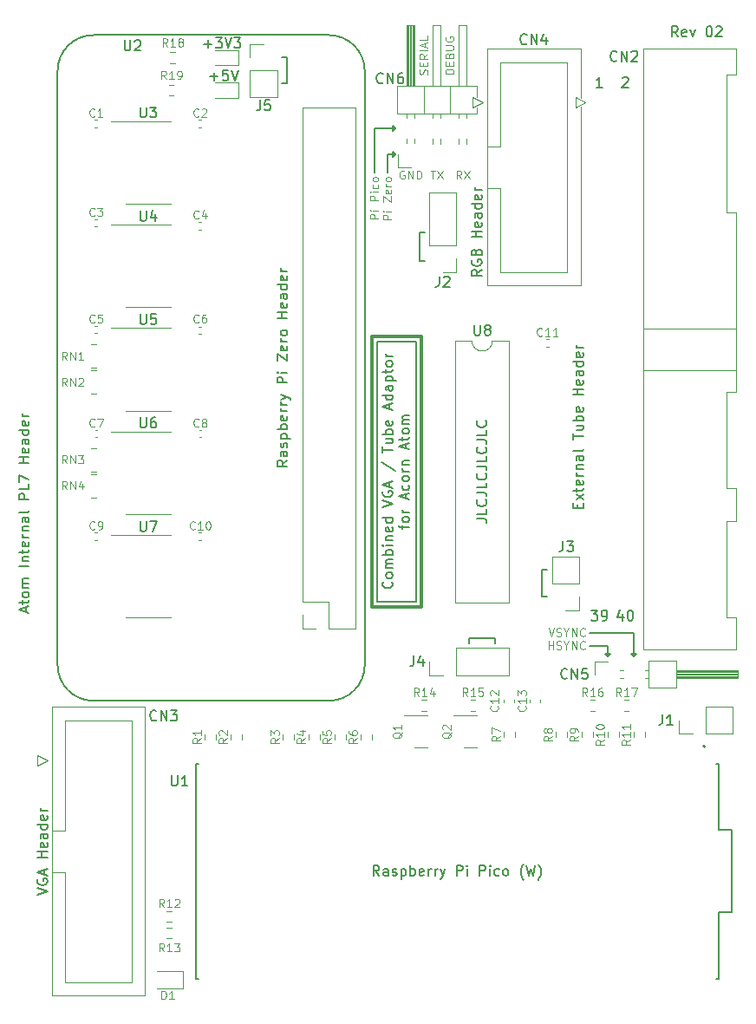
<source format=gbr>
%TF.GenerationSoftware,KiCad,Pcbnew,(6.0.9)*%
%TF.CreationDate,2023-02-25T15:14:18+00:00*%
%TF.ProjectId,Atom_VGA_Tube_Combo,41746f6d-5f56-4474-915f-547562655f43,rev?*%
%TF.SameCoordinates,Original*%
%TF.FileFunction,Legend,Top*%
%TF.FilePolarity,Positive*%
%FSLAX46Y46*%
G04 Gerber Fmt 4.6, Leading zero omitted, Abs format (unit mm)*
G04 Created by KiCad (PCBNEW (6.0.9)) date 2023-02-25 15:14:18*
%MOMM*%
%LPD*%
G01*
G04 APERTURE LIST*
%ADD10C,0.300000*%
%ADD11C,0.150000*%
%ADD12C,0.100000*%
%ADD13C,0.120000*%
%ADD14C,0.127000*%
%ADD15C,0.200000*%
G04 APERTURE END LIST*
D10*
X103114000Y-50053000D02*
X107940000Y-50053000D01*
X107940000Y-50053000D02*
X107940000Y-76469000D01*
X107940000Y-76469000D02*
X103114000Y-76469000D01*
X103114000Y-76469000D02*
X103114000Y-50053000D01*
D11*
X115206499Y-79522000D02*
X115206499Y-80030000D01*
X112666499Y-79522000D02*
X115206499Y-79522000D01*
X112666499Y-80030000D02*
X112666499Y-79522000D01*
X119778499Y-75458000D02*
X120286499Y-75458000D01*
X119778499Y-72888000D02*
X119778499Y-75458000D01*
X120286499Y-72888000D02*
X119778499Y-72888000D01*
X94868999Y-25384000D02*
X94360999Y-25384000D01*
X94868999Y-22844000D02*
X94868999Y-25384000D01*
X94360999Y-22844000D02*
X94868999Y-22844000D01*
X107786000Y-39898000D02*
X108294000Y-39898000D01*
X107786000Y-42692000D02*
X107786000Y-39898000D01*
X108294000Y-42692000D02*
X107786000Y-42692000D01*
X129014500Y-81032000D02*
X128760500Y-81286000D01*
X128506500Y-81032000D02*
X129014500Y-81032000D01*
X128760500Y-81286000D02*
X128506500Y-81032000D01*
X128760500Y-79000000D02*
X128760500Y-81286000D01*
X124442500Y-79000000D02*
X128760500Y-79000000D01*
X126474500Y-81032000D02*
X126220500Y-81286000D01*
X125966500Y-81032000D02*
X126474500Y-81032000D01*
X126220500Y-81286000D02*
X125966500Y-81032000D01*
X126220500Y-80270000D02*
X126220500Y-81286000D01*
X124442500Y-80270000D02*
X126220500Y-80270000D01*
D12*
X120390166Y-80631904D02*
X120390166Y-79831904D01*
X120390166Y-80212857D02*
X120847309Y-80212857D01*
X120847309Y-80631904D02*
X120847309Y-79831904D01*
X121190166Y-80593809D02*
X121304452Y-80631904D01*
X121494928Y-80631904D01*
X121571119Y-80593809D01*
X121609214Y-80555714D01*
X121647309Y-80479523D01*
X121647309Y-80403333D01*
X121609214Y-80327142D01*
X121571119Y-80289047D01*
X121494928Y-80250952D01*
X121342547Y-80212857D01*
X121266357Y-80174761D01*
X121228261Y-80136666D01*
X121190166Y-80060476D01*
X121190166Y-79984285D01*
X121228261Y-79908095D01*
X121266357Y-79870000D01*
X121342547Y-79831904D01*
X121533023Y-79831904D01*
X121647309Y-79870000D01*
X122142547Y-80250952D02*
X122142547Y-80631904D01*
X121875880Y-79831904D02*
X122142547Y-80250952D01*
X122409214Y-79831904D01*
X122675880Y-80631904D02*
X122675880Y-79831904D01*
X123133023Y-80631904D01*
X123133023Y-79831904D01*
X123971119Y-80555714D02*
X123933023Y-80593809D01*
X123818738Y-80631904D01*
X123742547Y-80631904D01*
X123628261Y-80593809D01*
X123552071Y-80517619D01*
X123513976Y-80441428D01*
X123475880Y-80289047D01*
X123475880Y-80174761D01*
X123513976Y-80022380D01*
X123552071Y-79946190D01*
X123628261Y-79870000D01*
X123742547Y-79831904D01*
X123818738Y-79831904D01*
X123933023Y-79870000D01*
X123971119Y-79908095D01*
D11*
X105427499Y-29738000D02*
X103395499Y-29738000D01*
X103622000Y-50561000D02*
X107432000Y-50561000D01*
X107432000Y-50561000D02*
X107432000Y-75961000D01*
X107432000Y-75961000D02*
X103622000Y-75961000D01*
X103622000Y-75961000D02*
X103622000Y-50561000D01*
X105427499Y-32278000D02*
X104665499Y-32278000D01*
X105173499Y-32024000D02*
X105173499Y-32532000D01*
X104665499Y-32278000D02*
X104665499Y-34056000D01*
X105427499Y-29738000D02*
X105173499Y-29992000D01*
X105173499Y-32024000D02*
X105427499Y-32278000D01*
X105427499Y-32278000D02*
X105173499Y-32532000D01*
X103395499Y-29738000D02*
X103395499Y-34056000D01*
X105173499Y-29484000D02*
X105173499Y-29992000D01*
X105427499Y-29738000D02*
X105173499Y-29484000D01*
D12*
X111123403Y-24417362D02*
X110323403Y-24417362D01*
X110323403Y-24226886D01*
X110361499Y-24112600D01*
X110437689Y-24036409D01*
X110513879Y-23998314D01*
X110666260Y-23960219D01*
X110780546Y-23960219D01*
X110932927Y-23998314D01*
X111009118Y-24036409D01*
X111085308Y-24112600D01*
X111123403Y-24226886D01*
X111123403Y-24417362D01*
X110704356Y-23617362D02*
X110704356Y-23350695D01*
X111123403Y-23236409D02*
X111123403Y-23617362D01*
X110323403Y-23617362D01*
X110323403Y-23236409D01*
X110704356Y-22626886D02*
X110742451Y-22512600D01*
X110780546Y-22474505D01*
X110856737Y-22436409D01*
X110971022Y-22436409D01*
X111047213Y-22474505D01*
X111085308Y-22512600D01*
X111123403Y-22588790D01*
X111123403Y-22893552D01*
X110323403Y-22893552D01*
X110323403Y-22626886D01*
X110361499Y-22550695D01*
X110399594Y-22512600D01*
X110475784Y-22474505D01*
X110551975Y-22474505D01*
X110628165Y-22512600D01*
X110666260Y-22550695D01*
X110704356Y-22626886D01*
X110704356Y-22893552D01*
X110323403Y-22093552D02*
X110971022Y-22093552D01*
X111047213Y-22055457D01*
X111085308Y-22017362D01*
X111123403Y-21941171D01*
X111123403Y-21788790D01*
X111085308Y-21712600D01*
X111047213Y-21674505D01*
X110971022Y-21636409D01*
X110323403Y-21636409D01*
X110361499Y-20836409D02*
X110323403Y-20912600D01*
X110323403Y-21026886D01*
X110361499Y-21141171D01*
X110437689Y-21217362D01*
X110513879Y-21255457D01*
X110666260Y-21293552D01*
X110780546Y-21293552D01*
X110932927Y-21255457D01*
X111009118Y-21217362D01*
X111085308Y-21141171D01*
X111123403Y-21026886D01*
X111123403Y-20950695D01*
X111085308Y-20836409D01*
X111047213Y-20798314D01*
X110780546Y-20798314D01*
X110780546Y-20950695D01*
D11*
X113880879Y-43564666D02*
X113404689Y-43898000D01*
X113880879Y-44136095D02*
X112880879Y-44136095D01*
X112880879Y-43755142D01*
X112928499Y-43659904D01*
X112976118Y-43612285D01*
X113071356Y-43564666D01*
X113214213Y-43564666D01*
X113309451Y-43612285D01*
X113357070Y-43659904D01*
X113404689Y-43755142D01*
X113404689Y-44136095D01*
X112928499Y-42612285D02*
X112880879Y-42707523D01*
X112880879Y-42850380D01*
X112928499Y-42993238D01*
X113023737Y-43088476D01*
X113118975Y-43136095D01*
X113309451Y-43183714D01*
X113452308Y-43183714D01*
X113642784Y-43136095D01*
X113738022Y-43088476D01*
X113833260Y-42993238D01*
X113880879Y-42850380D01*
X113880879Y-42755142D01*
X113833260Y-42612285D01*
X113785641Y-42564666D01*
X113452308Y-42564666D01*
X113452308Y-42755142D01*
X113357070Y-41802761D02*
X113404689Y-41659904D01*
X113452308Y-41612285D01*
X113547546Y-41564666D01*
X113690403Y-41564666D01*
X113785641Y-41612285D01*
X113833260Y-41659904D01*
X113880879Y-41755142D01*
X113880879Y-42136095D01*
X112880879Y-42136095D01*
X112880879Y-41802761D01*
X112928499Y-41707523D01*
X112976118Y-41659904D01*
X113071356Y-41612285D01*
X113166594Y-41612285D01*
X113261832Y-41659904D01*
X113309451Y-41707523D01*
X113357070Y-41802761D01*
X113357070Y-42136095D01*
X113880879Y-40374190D02*
X112880879Y-40374190D01*
X113357070Y-40374190D02*
X113357070Y-39802761D01*
X113880879Y-39802761D02*
X112880879Y-39802761D01*
X113833260Y-38945619D02*
X113880879Y-39040857D01*
X113880879Y-39231333D01*
X113833260Y-39326571D01*
X113738022Y-39374190D01*
X113357070Y-39374190D01*
X113261832Y-39326571D01*
X113214213Y-39231333D01*
X113214213Y-39040857D01*
X113261832Y-38945619D01*
X113357070Y-38898000D01*
X113452308Y-38898000D01*
X113547546Y-39374190D01*
X113880879Y-38040857D02*
X113357070Y-38040857D01*
X113261832Y-38088476D01*
X113214213Y-38183714D01*
X113214213Y-38374190D01*
X113261832Y-38469428D01*
X113833260Y-38040857D02*
X113880879Y-38136095D01*
X113880879Y-38374190D01*
X113833260Y-38469428D01*
X113738022Y-38517047D01*
X113642784Y-38517047D01*
X113547546Y-38469428D01*
X113499927Y-38374190D01*
X113499927Y-38136095D01*
X113452308Y-38040857D01*
X113880879Y-37136095D02*
X112880879Y-37136095D01*
X113833260Y-37136095D02*
X113880879Y-37231333D01*
X113880879Y-37421809D01*
X113833260Y-37517047D01*
X113785641Y-37564666D01*
X113690403Y-37612285D01*
X113404689Y-37612285D01*
X113309451Y-37564666D01*
X113261832Y-37517047D01*
X113214213Y-37421809D01*
X113214213Y-37231333D01*
X113261832Y-37136095D01*
X113833260Y-36278952D02*
X113880879Y-36374190D01*
X113880879Y-36564666D01*
X113833260Y-36659904D01*
X113738022Y-36707523D01*
X113357070Y-36707523D01*
X113261832Y-36659904D01*
X113214213Y-36564666D01*
X113214213Y-36374190D01*
X113261832Y-36278952D01*
X113357070Y-36231333D01*
X113452308Y-36231333D01*
X113547546Y-36707523D01*
X113880879Y-35802761D02*
X113214213Y-35802761D01*
X113404689Y-35802761D02*
X113309451Y-35755142D01*
X113261832Y-35707523D01*
X113214213Y-35612285D01*
X113214213Y-35517047D01*
X69381666Y-76972857D02*
X69381666Y-76496666D01*
X69667380Y-77068095D02*
X68667380Y-76734761D01*
X69667380Y-76401428D01*
X69000714Y-76210952D02*
X69000714Y-75830000D01*
X68667380Y-76068095D02*
X69524523Y-76068095D01*
X69619761Y-76020476D01*
X69667380Y-75925238D01*
X69667380Y-75830000D01*
X69667380Y-75353809D02*
X69619761Y-75449047D01*
X69572142Y-75496666D01*
X69476904Y-75544285D01*
X69191190Y-75544285D01*
X69095952Y-75496666D01*
X69048333Y-75449047D01*
X69000714Y-75353809D01*
X69000714Y-75210952D01*
X69048333Y-75115714D01*
X69095952Y-75068095D01*
X69191190Y-75020476D01*
X69476904Y-75020476D01*
X69572142Y-75068095D01*
X69619761Y-75115714D01*
X69667380Y-75210952D01*
X69667380Y-75353809D01*
X69667380Y-74591904D02*
X69000714Y-74591904D01*
X69095952Y-74591904D02*
X69048333Y-74544285D01*
X69000714Y-74449047D01*
X69000714Y-74306190D01*
X69048333Y-74210952D01*
X69143571Y-74163333D01*
X69667380Y-74163333D01*
X69143571Y-74163333D02*
X69048333Y-74115714D01*
X69000714Y-74020476D01*
X69000714Y-73877619D01*
X69048333Y-73782380D01*
X69143571Y-73734761D01*
X69667380Y-73734761D01*
X69667380Y-72496666D02*
X68667380Y-72496666D01*
X69000714Y-72020476D02*
X69667380Y-72020476D01*
X69095952Y-72020476D02*
X69048333Y-71972857D01*
X69000714Y-71877619D01*
X69000714Y-71734761D01*
X69048333Y-71639523D01*
X69143571Y-71591904D01*
X69667380Y-71591904D01*
X69000714Y-71258571D02*
X69000714Y-70877619D01*
X68667380Y-71115714D02*
X69524523Y-71115714D01*
X69619761Y-71068095D01*
X69667380Y-70972857D01*
X69667380Y-70877619D01*
X69619761Y-70163333D02*
X69667380Y-70258571D01*
X69667380Y-70449047D01*
X69619761Y-70544285D01*
X69524523Y-70591904D01*
X69143571Y-70591904D01*
X69048333Y-70544285D01*
X69000714Y-70449047D01*
X69000714Y-70258571D01*
X69048333Y-70163333D01*
X69143571Y-70115714D01*
X69238809Y-70115714D01*
X69334047Y-70591904D01*
X69667380Y-69687142D02*
X69000714Y-69687142D01*
X69191190Y-69687142D02*
X69095952Y-69639523D01*
X69048333Y-69591904D01*
X69000714Y-69496666D01*
X69000714Y-69401428D01*
X69000714Y-69068095D02*
X69667380Y-69068095D01*
X69095952Y-69068095D02*
X69048333Y-69020476D01*
X69000714Y-68925238D01*
X69000714Y-68782380D01*
X69048333Y-68687142D01*
X69143571Y-68639523D01*
X69667380Y-68639523D01*
X69667380Y-67734761D02*
X69143571Y-67734761D01*
X69048333Y-67782380D01*
X69000714Y-67877619D01*
X69000714Y-68068095D01*
X69048333Y-68163333D01*
X69619761Y-67734761D02*
X69667380Y-67830000D01*
X69667380Y-68068095D01*
X69619761Y-68163333D01*
X69524523Y-68210952D01*
X69429285Y-68210952D01*
X69334047Y-68163333D01*
X69286428Y-68068095D01*
X69286428Y-67830000D01*
X69238809Y-67734761D01*
X69667380Y-67115714D02*
X69619761Y-67210952D01*
X69524523Y-67258571D01*
X68667380Y-67258571D01*
X69667380Y-65972857D02*
X68667380Y-65972857D01*
X68667380Y-65591904D01*
X68715000Y-65496666D01*
X68762619Y-65449047D01*
X68857857Y-65401428D01*
X69000714Y-65401428D01*
X69095952Y-65449047D01*
X69143571Y-65496666D01*
X69191190Y-65591904D01*
X69191190Y-65972857D01*
X69667380Y-64496666D02*
X69667380Y-64972857D01*
X68667380Y-64972857D01*
X68667380Y-64258571D02*
X68667380Y-63591904D01*
X69667380Y-64020476D01*
X69667380Y-62449047D02*
X68667380Y-62449047D01*
X69143571Y-62449047D02*
X69143571Y-61877619D01*
X69667380Y-61877619D02*
X68667380Y-61877619D01*
X69619761Y-61020476D02*
X69667380Y-61115714D01*
X69667380Y-61306190D01*
X69619761Y-61401428D01*
X69524523Y-61449047D01*
X69143571Y-61449047D01*
X69048333Y-61401428D01*
X69000714Y-61306190D01*
X69000714Y-61115714D01*
X69048333Y-61020476D01*
X69143571Y-60972857D01*
X69238809Y-60972857D01*
X69334047Y-61449047D01*
X69667380Y-60115714D02*
X69143571Y-60115714D01*
X69048333Y-60163333D01*
X69000714Y-60258571D01*
X69000714Y-60449047D01*
X69048333Y-60544285D01*
X69619761Y-60115714D02*
X69667380Y-60210952D01*
X69667380Y-60449047D01*
X69619761Y-60544285D01*
X69524523Y-60591904D01*
X69429285Y-60591904D01*
X69334047Y-60544285D01*
X69286428Y-60449047D01*
X69286428Y-60210952D01*
X69238809Y-60115714D01*
X69667380Y-59210952D02*
X68667380Y-59210952D01*
X69619761Y-59210952D02*
X69667380Y-59306190D01*
X69667380Y-59496666D01*
X69619761Y-59591904D01*
X69572142Y-59639523D01*
X69476904Y-59687142D01*
X69191190Y-59687142D01*
X69095952Y-59639523D01*
X69048333Y-59591904D01*
X69000714Y-59496666D01*
X69000714Y-59306190D01*
X69048333Y-59210952D01*
X69619761Y-58353809D02*
X69667380Y-58449047D01*
X69667380Y-58639523D01*
X69619761Y-58734761D01*
X69524523Y-58782380D01*
X69143571Y-58782380D01*
X69048333Y-58734761D01*
X69000714Y-58639523D01*
X69000714Y-58449047D01*
X69048333Y-58353809D01*
X69143571Y-58306190D01*
X69238809Y-58306190D01*
X69334047Y-58782380D01*
X69667380Y-57877619D02*
X69000714Y-57877619D01*
X69191190Y-57877619D02*
X69095952Y-57830000D01*
X69048333Y-57782380D01*
X69000714Y-57687142D01*
X69000714Y-57591904D01*
D12*
X108881975Y-33871904D02*
X109339118Y-33871904D01*
X109110546Y-34671904D02*
X109110546Y-33871904D01*
X109529594Y-33871904D02*
X110062927Y-34671904D01*
X110062927Y-33871904D02*
X109529594Y-34671904D01*
D11*
X125652213Y-25745380D02*
X125080784Y-25745380D01*
X125366499Y-25745380D02*
X125366499Y-24745380D01*
X125271260Y-24888238D01*
X125176022Y-24983476D01*
X125080784Y-25031095D01*
D12*
X111898165Y-34671904D02*
X111631499Y-34290952D01*
X111441022Y-34671904D02*
X111441022Y-33871904D01*
X111745784Y-33871904D01*
X111821975Y-33910000D01*
X111860070Y-33948095D01*
X111898165Y-34024285D01*
X111898165Y-34138571D01*
X111860070Y-34214761D01*
X111821975Y-34252857D01*
X111745784Y-34290952D01*
X111441022Y-34290952D01*
X112164832Y-33871904D02*
X112698165Y-34671904D01*
X112698165Y-33871904D02*
X112164832Y-34671904D01*
D11*
X133040666Y-20792380D02*
X132707333Y-20316190D01*
X132469238Y-20792380D02*
X132469238Y-19792380D01*
X132850190Y-19792380D01*
X132945428Y-19840000D01*
X132993047Y-19887619D01*
X133040666Y-19982857D01*
X133040666Y-20125714D01*
X132993047Y-20220952D01*
X132945428Y-20268571D01*
X132850190Y-20316190D01*
X132469238Y-20316190D01*
X133850190Y-20744761D02*
X133754952Y-20792380D01*
X133564476Y-20792380D01*
X133469238Y-20744761D01*
X133421619Y-20649523D01*
X133421619Y-20268571D01*
X133469238Y-20173333D01*
X133564476Y-20125714D01*
X133754952Y-20125714D01*
X133850190Y-20173333D01*
X133897809Y-20268571D01*
X133897809Y-20363809D01*
X133421619Y-20459047D01*
X134231142Y-20125714D02*
X134469238Y-20792380D01*
X134707333Y-20125714D01*
X136040666Y-19792380D02*
X136135904Y-19792380D01*
X136231142Y-19840000D01*
X136278761Y-19887619D01*
X136326380Y-19982857D01*
X136374000Y-20173333D01*
X136374000Y-20411428D01*
X136326380Y-20601904D01*
X136278761Y-20697142D01*
X136231142Y-20744761D01*
X136135904Y-20792380D01*
X136040666Y-20792380D01*
X135945428Y-20744761D01*
X135897809Y-20697142D01*
X135850190Y-20601904D01*
X135802571Y-20411428D01*
X135802571Y-20173333D01*
X135850190Y-19982857D01*
X135897809Y-19887619D01*
X135945428Y-19840000D01*
X136040666Y-19792380D01*
X136754952Y-19887619D02*
X136802571Y-19840000D01*
X136897809Y-19792380D01*
X137135904Y-19792380D01*
X137231142Y-19840000D01*
X137278761Y-19887619D01*
X137326380Y-19982857D01*
X137326380Y-20078095D01*
X137278761Y-20220952D01*
X136707333Y-20792380D01*
X137326380Y-20792380D01*
D12*
X103757403Y-38565476D02*
X102957403Y-38565476D01*
X102957403Y-38260714D01*
X102995499Y-38184523D01*
X103033594Y-38146428D01*
X103109784Y-38108333D01*
X103224070Y-38108333D01*
X103300260Y-38146428D01*
X103338356Y-38184523D01*
X103376451Y-38260714D01*
X103376451Y-38565476D01*
X103757403Y-37765476D02*
X103224070Y-37765476D01*
X102957403Y-37765476D02*
X102995499Y-37803571D01*
X103033594Y-37765476D01*
X102995499Y-37727380D01*
X102957403Y-37765476D01*
X103033594Y-37765476D01*
X103757403Y-36775000D02*
X102957403Y-36775000D01*
X102957403Y-36470238D01*
X102995499Y-36394047D01*
X103033594Y-36355952D01*
X103109784Y-36317857D01*
X103224070Y-36317857D01*
X103300260Y-36355952D01*
X103338356Y-36394047D01*
X103376451Y-36470238D01*
X103376451Y-36775000D01*
X103757403Y-35975000D02*
X103224070Y-35975000D01*
X102957403Y-35975000D02*
X102995499Y-36013095D01*
X103033594Y-35975000D01*
X102995499Y-35936904D01*
X102957403Y-35975000D01*
X103033594Y-35975000D01*
X103719308Y-35251190D02*
X103757403Y-35327380D01*
X103757403Y-35479761D01*
X103719308Y-35555952D01*
X103681213Y-35594047D01*
X103605022Y-35632142D01*
X103376451Y-35632142D01*
X103300260Y-35594047D01*
X103262165Y-35555952D01*
X103224070Y-35479761D01*
X103224070Y-35327380D01*
X103262165Y-35251190D01*
X103757403Y-34794047D02*
X103719308Y-34870238D01*
X103681213Y-34908333D01*
X103605022Y-34946428D01*
X103376451Y-34946428D01*
X103300260Y-34908333D01*
X103262165Y-34870238D01*
X103224070Y-34794047D01*
X103224070Y-34679761D01*
X103262165Y-34603571D01*
X103300260Y-34565476D01*
X103376451Y-34527380D01*
X103605022Y-34527380D01*
X103681213Y-34565476D01*
X103719308Y-34603571D01*
X103757403Y-34679761D01*
X103757403Y-34794047D01*
X108545308Y-24485619D02*
X108583403Y-24371333D01*
X108583403Y-24180857D01*
X108545308Y-24104666D01*
X108507213Y-24066571D01*
X108431022Y-24028476D01*
X108354832Y-24028476D01*
X108278641Y-24066571D01*
X108240546Y-24104666D01*
X108202451Y-24180857D01*
X108164356Y-24333238D01*
X108126260Y-24409428D01*
X108088165Y-24447523D01*
X108011975Y-24485619D01*
X107935784Y-24485619D01*
X107859594Y-24447523D01*
X107821499Y-24409428D01*
X107783403Y-24333238D01*
X107783403Y-24142761D01*
X107821499Y-24028476D01*
X108164356Y-23685619D02*
X108164356Y-23418952D01*
X108583403Y-23304666D02*
X108583403Y-23685619D01*
X107783403Y-23685619D01*
X107783403Y-23304666D01*
X108583403Y-22504666D02*
X108202451Y-22771333D01*
X108583403Y-22961809D02*
X107783403Y-22961809D01*
X107783403Y-22657047D01*
X107821499Y-22580857D01*
X107859594Y-22542761D01*
X107935784Y-22504666D01*
X108050070Y-22504666D01*
X108126260Y-22542761D01*
X108164356Y-22580857D01*
X108202451Y-22657047D01*
X108202451Y-22961809D01*
X108583403Y-22161809D02*
X107783403Y-22161809D01*
X108354832Y-21818952D02*
X108354832Y-21438000D01*
X108583403Y-21895142D02*
X107783403Y-21628476D01*
X108583403Y-21361809D01*
X108583403Y-20714190D02*
X108583403Y-21095142D01*
X107783403Y-21095142D01*
D11*
X94892379Y-62173809D02*
X94416189Y-62507142D01*
X94892379Y-62745238D02*
X93892379Y-62745238D01*
X93892379Y-62364285D01*
X93939999Y-62269047D01*
X93987618Y-62221428D01*
X94082856Y-62173809D01*
X94225713Y-62173809D01*
X94320951Y-62221428D01*
X94368570Y-62269047D01*
X94416189Y-62364285D01*
X94416189Y-62745238D01*
X94892379Y-61316666D02*
X94368570Y-61316666D01*
X94273332Y-61364285D01*
X94225713Y-61459523D01*
X94225713Y-61650000D01*
X94273332Y-61745238D01*
X94844760Y-61316666D02*
X94892379Y-61411904D01*
X94892379Y-61650000D01*
X94844760Y-61745238D01*
X94749522Y-61792857D01*
X94654284Y-61792857D01*
X94559046Y-61745238D01*
X94511427Y-61650000D01*
X94511427Y-61411904D01*
X94463808Y-61316666D01*
X94844760Y-60888095D02*
X94892379Y-60792857D01*
X94892379Y-60602380D01*
X94844760Y-60507142D01*
X94749522Y-60459523D01*
X94701903Y-60459523D01*
X94606665Y-60507142D01*
X94559046Y-60602380D01*
X94559046Y-60745238D01*
X94511427Y-60840476D01*
X94416189Y-60888095D01*
X94368570Y-60888095D01*
X94273332Y-60840476D01*
X94225713Y-60745238D01*
X94225713Y-60602380D01*
X94273332Y-60507142D01*
X94225713Y-60030952D02*
X95225713Y-60030952D01*
X94273332Y-60030952D02*
X94225713Y-59935714D01*
X94225713Y-59745238D01*
X94273332Y-59650000D01*
X94320951Y-59602380D01*
X94416189Y-59554761D01*
X94701903Y-59554761D01*
X94797141Y-59602380D01*
X94844760Y-59650000D01*
X94892379Y-59745238D01*
X94892379Y-59935714D01*
X94844760Y-60030952D01*
X94892379Y-59126190D02*
X93892379Y-59126190D01*
X94273332Y-59126190D02*
X94225713Y-59030952D01*
X94225713Y-58840476D01*
X94273332Y-58745238D01*
X94320951Y-58697619D01*
X94416189Y-58650000D01*
X94701903Y-58650000D01*
X94797141Y-58697619D01*
X94844760Y-58745238D01*
X94892379Y-58840476D01*
X94892379Y-59030952D01*
X94844760Y-59126190D01*
X94844760Y-57840476D02*
X94892379Y-57935714D01*
X94892379Y-58126190D01*
X94844760Y-58221428D01*
X94749522Y-58269047D01*
X94368570Y-58269047D01*
X94273332Y-58221428D01*
X94225713Y-58126190D01*
X94225713Y-57935714D01*
X94273332Y-57840476D01*
X94368570Y-57792857D01*
X94463808Y-57792857D01*
X94559046Y-58269047D01*
X94892379Y-57364285D02*
X94225713Y-57364285D01*
X94416189Y-57364285D02*
X94320951Y-57316666D01*
X94273332Y-57269047D01*
X94225713Y-57173809D01*
X94225713Y-57078571D01*
X94892379Y-56745238D02*
X94225713Y-56745238D01*
X94416189Y-56745238D02*
X94320951Y-56697619D01*
X94273332Y-56650000D01*
X94225713Y-56554761D01*
X94225713Y-56459523D01*
X94225713Y-56221428D02*
X94892379Y-55983333D01*
X94225713Y-55745238D02*
X94892379Y-55983333D01*
X95130475Y-56078571D01*
X95178094Y-56126190D01*
X95225713Y-56221428D01*
X94892379Y-54602380D02*
X93892379Y-54602380D01*
X93892379Y-54221428D01*
X93939999Y-54126190D01*
X93987618Y-54078571D01*
X94082856Y-54030952D01*
X94225713Y-54030952D01*
X94320951Y-54078571D01*
X94368570Y-54126190D01*
X94416189Y-54221428D01*
X94416189Y-54602380D01*
X94892379Y-53602380D02*
X94225713Y-53602380D01*
X93892379Y-53602380D02*
X93939999Y-53650000D01*
X93987618Y-53602380D01*
X93939999Y-53554761D01*
X93892379Y-53602380D01*
X93987618Y-53602380D01*
X93892379Y-52459523D02*
X93892379Y-51792857D01*
X94892379Y-52459523D01*
X94892379Y-51792857D01*
X94844760Y-51030952D02*
X94892379Y-51126190D01*
X94892379Y-51316666D01*
X94844760Y-51411904D01*
X94749522Y-51459523D01*
X94368570Y-51459523D01*
X94273332Y-51411904D01*
X94225713Y-51316666D01*
X94225713Y-51126190D01*
X94273332Y-51030952D01*
X94368570Y-50983333D01*
X94463808Y-50983333D01*
X94559046Y-51459523D01*
X94892379Y-50554761D02*
X94225713Y-50554761D01*
X94416189Y-50554761D02*
X94320951Y-50507142D01*
X94273332Y-50459523D01*
X94225713Y-50364285D01*
X94225713Y-50269047D01*
X94892379Y-49792857D02*
X94844760Y-49888095D01*
X94797141Y-49935714D01*
X94701903Y-49983333D01*
X94416189Y-49983333D01*
X94320951Y-49935714D01*
X94273332Y-49888095D01*
X94225713Y-49792857D01*
X94225713Y-49650000D01*
X94273332Y-49554761D01*
X94320951Y-49507142D01*
X94416189Y-49459523D01*
X94701903Y-49459523D01*
X94797141Y-49507142D01*
X94844760Y-49554761D01*
X94892379Y-49650000D01*
X94892379Y-49792857D01*
X94892379Y-48269047D02*
X93892379Y-48269047D01*
X94368570Y-48269047D02*
X94368570Y-47697619D01*
X94892379Y-47697619D02*
X93892379Y-47697619D01*
X94844760Y-46840476D02*
X94892379Y-46935714D01*
X94892379Y-47126190D01*
X94844760Y-47221428D01*
X94749522Y-47269047D01*
X94368570Y-47269047D01*
X94273332Y-47221428D01*
X94225713Y-47126190D01*
X94225713Y-46935714D01*
X94273332Y-46840476D01*
X94368570Y-46792857D01*
X94463808Y-46792857D01*
X94559046Y-47269047D01*
X94892379Y-45935714D02*
X94368570Y-45935714D01*
X94273332Y-45983333D01*
X94225713Y-46078571D01*
X94225713Y-46269047D01*
X94273332Y-46364285D01*
X94844760Y-45935714D02*
X94892379Y-46030952D01*
X94892379Y-46269047D01*
X94844760Y-46364285D01*
X94749522Y-46411904D01*
X94654284Y-46411904D01*
X94559046Y-46364285D01*
X94511427Y-46269047D01*
X94511427Y-46030952D01*
X94463808Y-45935714D01*
X94892379Y-45030952D02*
X93892379Y-45030952D01*
X94844760Y-45030952D02*
X94892379Y-45126190D01*
X94892379Y-45316666D01*
X94844760Y-45411904D01*
X94797141Y-45459523D01*
X94701903Y-45507142D01*
X94416189Y-45507142D01*
X94320951Y-45459523D01*
X94273332Y-45411904D01*
X94225713Y-45316666D01*
X94225713Y-45126190D01*
X94273332Y-45030952D01*
X94844760Y-44173809D02*
X94892379Y-44269047D01*
X94892379Y-44459523D01*
X94844760Y-44554761D01*
X94749522Y-44602380D01*
X94368570Y-44602380D01*
X94273332Y-44554761D01*
X94225713Y-44459523D01*
X94225713Y-44269047D01*
X94273332Y-44173809D01*
X94368570Y-44126190D01*
X94463808Y-44126190D01*
X94559046Y-44602380D01*
X94892379Y-43697619D02*
X94225713Y-43697619D01*
X94416189Y-43697619D02*
X94320951Y-43650000D01*
X94273332Y-43602380D01*
X94225713Y-43507142D01*
X94225713Y-43411904D01*
D12*
X105027403Y-38641666D02*
X104227403Y-38641666D01*
X104227403Y-38336904D01*
X104265499Y-38260714D01*
X104303594Y-38222619D01*
X104379784Y-38184523D01*
X104494070Y-38184523D01*
X104570260Y-38222619D01*
X104608356Y-38260714D01*
X104646451Y-38336904D01*
X104646451Y-38641666D01*
X105027403Y-37841666D02*
X104494070Y-37841666D01*
X104227403Y-37841666D02*
X104265499Y-37879761D01*
X104303594Y-37841666D01*
X104265499Y-37803571D01*
X104227403Y-37841666D01*
X104303594Y-37841666D01*
X104227403Y-36927380D02*
X104227403Y-36394047D01*
X105027403Y-36927380D01*
X105027403Y-36394047D01*
X104989308Y-35784523D02*
X105027403Y-35860714D01*
X105027403Y-36013095D01*
X104989308Y-36089285D01*
X104913118Y-36127380D01*
X104608356Y-36127380D01*
X104532165Y-36089285D01*
X104494070Y-36013095D01*
X104494070Y-35860714D01*
X104532165Y-35784523D01*
X104608356Y-35746428D01*
X104684546Y-35746428D01*
X104760737Y-36127380D01*
X105027403Y-35403571D02*
X104494070Y-35403571D01*
X104646451Y-35403571D02*
X104570260Y-35365476D01*
X104532165Y-35327380D01*
X104494070Y-35251190D01*
X104494070Y-35175000D01*
X105027403Y-34794047D02*
X104989308Y-34870238D01*
X104951213Y-34908333D01*
X104875022Y-34946428D01*
X104646451Y-34946428D01*
X104570260Y-34908333D01*
X104532165Y-34870238D01*
X104494070Y-34794047D01*
X104494070Y-34679761D01*
X104532165Y-34603571D01*
X104570260Y-34565476D01*
X104646451Y-34527380D01*
X104875022Y-34527380D01*
X104951213Y-34565476D01*
X104989308Y-34603571D01*
X105027403Y-34679761D01*
X105027403Y-34794047D01*
D11*
X123263070Y-66828952D02*
X123263070Y-66495619D01*
X123786879Y-66352761D02*
X123786879Y-66828952D01*
X122786879Y-66828952D01*
X122786879Y-66352761D01*
X123786879Y-66019428D02*
X123120213Y-65495619D01*
X123120213Y-66019428D02*
X123786879Y-65495619D01*
X123120213Y-65257523D02*
X123120213Y-64876571D01*
X122786879Y-65114666D02*
X123644022Y-65114666D01*
X123739260Y-65067047D01*
X123786879Y-64971809D01*
X123786879Y-64876571D01*
X123739260Y-64162285D02*
X123786879Y-64257523D01*
X123786879Y-64448000D01*
X123739260Y-64543238D01*
X123644022Y-64590857D01*
X123263070Y-64590857D01*
X123167832Y-64543238D01*
X123120213Y-64448000D01*
X123120213Y-64257523D01*
X123167832Y-64162285D01*
X123263070Y-64114666D01*
X123358308Y-64114666D01*
X123453546Y-64590857D01*
X123786879Y-63686095D02*
X123120213Y-63686095D01*
X123310689Y-63686095D02*
X123215451Y-63638476D01*
X123167832Y-63590857D01*
X123120213Y-63495619D01*
X123120213Y-63400380D01*
X123120213Y-63067047D02*
X123786879Y-63067047D01*
X123215451Y-63067047D02*
X123167832Y-63019428D01*
X123120213Y-62924190D01*
X123120213Y-62781333D01*
X123167832Y-62686095D01*
X123263070Y-62638476D01*
X123786879Y-62638476D01*
X123786879Y-61733714D02*
X123263070Y-61733714D01*
X123167832Y-61781333D01*
X123120213Y-61876571D01*
X123120213Y-62067047D01*
X123167832Y-62162285D01*
X123739260Y-61733714D02*
X123786879Y-61828952D01*
X123786879Y-62067047D01*
X123739260Y-62162285D01*
X123644022Y-62209904D01*
X123548784Y-62209904D01*
X123453546Y-62162285D01*
X123405927Y-62067047D01*
X123405927Y-61828952D01*
X123358308Y-61733714D01*
X123786879Y-61114666D02*
X123739260Y-61209904D01*
X123644022Y-61257523D01*
X122786879Y-61257523D01*
X122786879Y-60114666D02*
X122786879Y-59543238D01*
X123786879Y-59828952D02*
X122786879Y-59828952D01*
X123120213Y-58781333D02*
X123786879Y-58781333D01*
X123120213Y-59209904D02*
X123644022Y-59209904D01*
X123739260Y-59162285D01*
X123786879Y-59067047D01*
X123786879Y-58924190D01*
X123739260Y-58828952D01*
X123691641Y-58781333D01*
X123786879Y-58305142D02*
X122786879Y-58305142D01*
X123167832Y-58305142D02*
X123120213Y-58209904D01*
X123120213Y-58019428D01*
X123167832Y-57924190D01*
X123215451Y-57876571D01*
X123310689Y-57828952D01*
X123596403Y-57828952D01*
X123691641Y-57876571D01*
X123739260Y-57924190D01*
X123786879Y-58019428D01*
X123786879Y-58209904D01*
X123739260Y-58305142D01*
X123739260Y-57019428D02*
X123786879Y-57114666D01*
X123786879Y-57305142D01*
X123739260Y-57400380D01*
X123644022Y-57448000D01*
X123263070Y-57448000D01*
X123167832Y-57400380D01*
X123120213Y-57305142D01*
X123120213Y-57114666D01*
X123167832Y-57019428D01*
X123263070Y-56971809D01*
X123358308Y-56971809D01*
X123453546Y-57448000D01*
X123786879Y-55781333D02*
X122786879Y-55781333D01*
X123263070Y-55781333D02*
X123263070Y-55209904D01*
X123786879Y-55209904D02*
X122786879Y-55209904D01*
X123739260Y-54352761D02*
X123786879Y-54448000D01*
X123786879Y-54638476D01*
X123739260Y-54733714D01*
X123644022Y-54781333D01*
X123263070Y-54781333D01*
X123167832Y-54733714D01*
X123120213Y-54638476D01*
X123120213Y-54448000D01*
X123167832Y-54352761D01*
X123263070Y-54305142D01*
X123358308Y-54305142D01*
X123453546Y-54781333D01*
X123786879Y-53448000D02*
X123263070Y-53448000D01*
X123167832Y-53495619D01*
X123120213Y-53590857D01*
X123120213Y-53781333D01*
X123167832Y-53876571D01*
X123739260Y-53448000D02*
X123786879Y-53543238D01*
X123786879Y-53781333D01*
X123739260Y-53876571D01*
X123644022Y-53924190D01*
X123548784Y-53924190D01*
X123453546Y-53876571D01*
X123405927Y-53781333D01*
X123405927Y-53543238D01*
X123358308Y-53448000D01*
X123786879Y-52543238D02*
X122786879Y-52543238D01*
X123739260Y-52543238D02*
X123786879Y-52638476D01*
X123786879Y-52828952D01*
X123739260Y-52924190D01*
X123691641Y-52971809D01*
X123596403Y-53019428D01*
X123310689Y-53019428D01*
X123215451Y-52971809D01*
X123167832Y-52924190D01*
X123120213Y-52828952D01*
X123120213Y-52638476D01*
X123167832Y-52543238D01*
X123739260Y-51686095D02*
X123786879Y-51781333D01*
X123786879Y-51971809D01*
X123739260Y-52067047D01*
X123644022Y-52114666D01*
X123263070Y-52114666D01*
X123167832Y-52067047D01*
X123120213Y-51971809D01*
X123120213Y-51781333D01*
X123167832Y-51686095D01*
X123263070Y-51638476D01*
X123358308Y-51638476D01*
X123453546Y-52114666D01*
X123786879Y-51209904D02*
X123120213Y-51209904D01*
X123310689Y-51209904D02*
X123215451Y-51162285D01*
X123167832Y-51114666D01*
X123120213Y-51019428D01*
X123120213Y-50924190D01*
D12*
X106324476Y-33910000D02*
X106248285Y-33871904D01*
X106134000Y-33871904D01*
X106019714Y-33910000D01*
X105943523Y-33986190D01*
X105905428Y-34062380D01*
X105867333Y-34214761D01*
X105867333Y-34329047D01*
X105905428Y-34481428D01*
X105943523Y-34557619D01*
X106019714Y-34633809D01*
X106134000Y-34671904D01*
X106210190Y-34671904D01*
X106324476Y-34633809D01*
X106362571Y-34595714D01*
X106362571Y-34329047D01*
X106210190Y-34329047D01*
X106705428Y-34671904D02*
X106705428Y-33871904D01*
X107162571Y-34671904D01*
X107162571Y-33871904D01*
X107543523Y-34671904D02*
X107543523Y-33871904D01*
X107734000Y-33871904D01*
X107848285Y-33910000D01*
X107924476Y-33986190D01*
X107962571Y-34062380D01*
X108000666Y-34214761D01*
X108000666Y-34329047D01*
X107962571Y-34481428D01*
X107924476Y-34557619D01*
X107848285Y-34633809D01*
X107734000Y-34671904D01*
X107543523Y-34671904D01*
D11*
X103869452Y-102738880D02*
X103536119Y-102262690D01*
X103298023Y-102738880D02*
X103298023Y-101738880D01*
X103678976Y-101738880D01*
X103774214Y-101786500D01*
X103821833Y-101834119D01*
X103869452Y-101929357D01*
X103869452Y-102072214D01*
X103821833Y-102167452D01*
X103774214Y-102215071D01*
X103678976Y-102262690D01*
X103298023Y-102262690D01*
X104726595Y-102738880D02*
X104726595Y-102215071D01*
X104678976Y-102119833D01*
X104583738Y-102072214D01*
X104393261Y-102072214D01*
X104298023Y-102119833D01*
X104726595Y-102691261D02*
X104631357Y-102738880D01*
X104393261Y-102738880D01*
X104298023Y-102691261D01*
X104250404Y-102596023D01*
X104250404Y-102500785D01*
X104298023Y-102405547D01*
X104393261Y-102357928D01*
X104631357Y-102357928D01*
X104726595Y-102310309D01*
X105155166Y-102691261D02*
X105250404Y-102738880D01*
X105440880Y-102738880D01*
X105536119Y-102691261D01*
X105583738Y-102596023D01*
X105583738Y-102548404D01*
X105536119Y-102453166D01*
X105440880Y-102405547D01*
X105298023Y-102405547D01*
X105202785Y-102357928D01*
X105155166Y-102262690D01*
X105155166Y-102215071D01*
X105202785Y-102119833D01*
X105298023Y-102072214D01*
X105440880Y-102072214D01*
X105536119Y-102119833D01*
X106012309Y-102072214D02*
X106012309Y-103072214D01*
X106012309Y-102119833D02*
X106107547Y-102072214D01*
X106298023Y-102072214D01*
X106393261Y-102119833D01*
X106440880Y-102167452D01*
X106488500Y-102262690D01*
X106488500Y-102548404D01*
X106440880Y-102643642D01*
X106393261Y-102691261D01*
X106298023Y-102738880D01*
X106107547Y-102738880D01*
X106012309Y-102691261D01*
X106917071Y-102738880D02*
X106917071Y-101738880D01*
X106917071Y-102119833D02*
X107012309Y-102072214D01*
X107202785Y-102072214D01*
X107298023Y-102119833D01*
X107345642Y-102167452D01*
X107393261Y-102262690D01*
X107393261Y-102548404D01*
X107345642Y-102643642D01*
X107298023Y-102691261D01*
X107202785Y-102738880D01*
X107012309Y-102738880D01*
X106917071Y-102691261D01*
X108202785Y-102691261D02*
X108107547Y-102738880D01*
X107917071Y-102738880D01*
X107821833Y-102691261D01*
X107774214Y-102596023D01*
X107774214Y-102215071D01*
X107821833Y-102119833D01*
X107917071Y-102072214D01*
X108107547Y-102072214D01*
X108202785Y-102119833D01*
X108250404Y-102215071D01*
X108250404Y-102310309D01*
X107774214Y-102405547D01*
X108678976Y-102738880D02*
X108678976Y-102072214D01*
X108678976Y-102262690D02*
X108726595Y-102167452D01*
X108774214Y-102119833D01*
X108869452Y-102072214D01*
X108964690Y-102072214D01*
X109298023Y-102738880D02*
X109298023Y-102072214D01*
X109298023Y-102262690D02*
X109345642Y-102167452D01*
X109393261Y-102119833D01*
X109488500Y-102072214D01*
X109583738Y-102072214D01*
X109821833Y-102072214D02*
X110059928Y-102738880D01*
X110298023Y-102072214D02*
X110059928Y-102738880D01*
X109964690Y-102976976D01*
X109917071Y-103024595D01*
X109821833Y-103072214D01*
X111440880Y-102738880D02*
X111440880Y-101738880D01*
X111821833Y-101738880D01*
X111917071Y-101786500D01*
X111964690Y-101834119D01*
X112012309Y-101929357D01*
X112012309Y-102072214D01*
X111964690Y-102167452D01*
X111917071Y-102215071D01*
X111821833Y-102262690D01*
X111440880Y-102262690D01*
X112440880Y-102738880D02*
X112440880Y-102072214D01*
X112440880Y-101738880D02*
X112393261Y-101786500D01*
X112440880Y-101834119D01*
X112488500Y-101786500D01*
X112440880Y-101738880D01*
X112440880Y-101834119D01*
X113678976Y-102738880D02*
X113678976Y-101738880D01*
X114059928Y-101738880D01*
X114155166Y-101786500D01*
X114202785Y-101834119D01*
X114250404Y-101929357D01*
X114250404Y-102072214D01*
X114202785Y-102167452D01*
X114155166Y-102215071D01*
X114059928Y-102262690D01*
X113678976Y-102262690D01*
X114678976Y-102738880D02*
X114678976Y-102072214D01*
X114678976Y-101738880D02*
X114631357Y-101786500D01*
X114678976Y-101834119D01*
X114726595Y-101786500D01*
X114678976Y-101738880D01*
X114678976Y-101834119D01*
X115583738Y-102691261D02*
X115488500Y-102738880D01*
X115298023Y-102738880D01*
X115202785Y-102691261D01*
X115155166Y-102643642D01*
X115107547Y-102548404D01*
X115107547Y-102262690D01*
X115155166Y-102167452D01*
X115202785Y-102119833D01*
X115298023Y-102072214D01*
X115488500Y-102072214D01*
X115583738Y-102119833D01*
X116155166Y-102738880D02*
X116059928Y-102691261D01*
X116012309Y-102643642D01*
X115964690Y-102548404D01*
X115964690Y-102262690D01*
X116012309Y-102167452D01*
X116059928Y-102119833D01*
X116155166Y-102072214D01*
X116298023Y-102072214D01*
X116393261Y-102119833D01*
X116440880Y-102167452D01*
X116488500Y-102262690D01*
X116488500Y-102548404D01*
X116440880Y-102643642D01*
X116393261Y-102691261D01*
X116298023Y-102738880D01*
X116155166Y-102738880D01*
X117964690Y-103119833D02*
X117917071Y-103072214D01*
X117821833Y-102929357D01*
X117774214Y-102834119D01*
X117726595Y-102691261D01*
X117678976Y-102453166D01*
X117678976Y-102262690D01*
X117726595Y-102024595D01*
X117774214Y-101881738D01*
X117821833Y-101786500D01*
X117917071Y-101643642D01*
X117964690Y-101596023D01*
X118250404Y-101738880D02*
X118488500Y-102738880D01*
X118678976Y-102024595D01*
X118869452Y-102738880D01*
X119107547Y-101738880D01*
X119393261Y-103119833D02*
X119440880Y-103072214D01*
X119536119Y-102929357D01*
X119583738Y-102834119D01*
X119631357Y-102691261D01*
X119678976Y-102453166D01*
X119678976Y-102262690D01*
X119631357Y-102024595D01*
X119583738Y-101881738D01*
X119536119Y-101786500D01*
X119440880Y-101643642D01*
X119393261Y-101596023D01*
X124556975Y-76815380D02*
X125176022Y-76815380D01*
X124842689Y-77196333D01*
X124985546Y-77196333D01*
X125080784Y-77243952D01*
X125128403Y-77291571D01*
X125176022Y-77386809D01*
X125176022Y-77624904D01*
X125128403Y-77720142D01*
X125080784Y-77767761D01*
X124985546Y-77815380D01*
X124699832Y-77815380D01*
X124604594Y-77767761D01*
X124556975Y-77720142D01*
X125652213Y-77815380D02*
X125842689Y-77815380D01*
X125937927Y-77767761D01*
X125985546Y-77720142D01*
X126080784Y-77577285D01*
X126128403Y-77386809D01*
X126128403Y-77005857D01*
X126080784Y-76910619D01*
X126033165Y-76863000D01*
X125937927Y-76815380D01*
X125747451Y-76815380D01*
X125652213Y-76863000D01*
X125604594Y-76910619D01*
X125556975Y-77005857D01*
X125556975Y-77243952D01*
X125604594Y-77339190D01*
X125652213Y-77386809D01*
X125747451Y-77434428D01*
X125937927Y-77434428D01*
X126033165Y-77386809D01*
X126080784Y-77339190D01*
X126128403Y-77243952D01*
X105079142Y-74046714D02*
X105126761Y-74094333D01*
X105174380Y-74237190D01*
X105174380Y-74332428D01*
X105126761Y-74475285D01*
X105031523Y-74570523D01*
X104936285Y-74618142D01*
X104745809Y-74665761D01*
X104602952Y-74665761D01*
X104412476Y-74618142D01*
X104317238Y-74570523D01*
X104222000Y-74475285D01*
X104174380Y-74332428D01*
X104174380Y-74237190D01*
X104222000Y-74094333D01*
X104269619Y-74046714D01*
X105174380Y-73475285D02*
X105126761Y-73570523D01*
X105079142Y-73618142D01*
X104983904Y-73665761D01*
X104698190Y-73665761D01*
X104602952Y-73618142D01*
X104555333Y-73570523D01*
X104507714Y-73475285D01*
X104507714Y-73332428D01*
X104555333Y-73237190D01*
X104602952Y-73189571D01*
X104698190Y-73141952D01*
X104983904Y-73141952D01*
X105079142Y-73189571D01*
X105126761Y-73237190D01*
X105174380Y-73332428D01*
X105174380Y-73475285D01*
X105174380Y-72713380D02*
X104507714Y-72713380D01*
X104602952Y-72713380D02*
X104555333Y-72665761D01*
X104507714Y-72570523D01*
X104507714Y-72427666D01*
X104555333Y-72332428D01*
X104650571Y-72284809D01*
X105174380Y-72284809D01*
X104650571Y-72284809D02*
X104555333Y-72237190D01*
X104507714Y-72141952D01*
X104507714Y-71999095D01*
X104555333Y-71903857D01*
X104650571Y-71856238D01*
X105174380Y-71856238D01*
X105174380Y-71380047D02*
X104174380Y-71380047D01*
X104555333Y-71380047D02*
X104507714Y-71284809D01*
X104507714Y-71094333D01*
X104555333Y-70999095D01*
X104602952Y-70951476D01*
X104698190Y-70903857D01*
X104983904Y-70903857D01*
X105079142Y-70951476D01*
X105126761Y-70999095D01*
X105174380Y-71094333D01*
X105174380Y-71284809D01*
X105126761Y-71380047D01*
X105174380Y-70475285D02*
X104507714Y-70475285D01*
X104174380Y-70475285D02*
X104222000Y-70522904D01*
X104269619Y-70475285D01*
X104222000Y-70427666D01*
X104174380Y-70475285D01*
X104269619Y-70475285D01*
X104507714Y-69999095D02*
X105174380Y-69999095D01*
X104602952Y-69999095D02*
X104555333Y-69951476D01*
X104507714Y-69856238D01*
X104507714Y-69713380D01*
X104555333Y-69618142D01*
X104650571Y-69570523D01*
X105174380Y-69570523D01*
X105126761Y-68713380D02*
X105174380Y-68808619D01*
X105174380Y-68999095D01*
X105126761Y-69094333D01*
X105031523Y-69141952D01*
X104650571Y-69141952D01*
X104555333Y-69094333D01*
X104507714Y-68999095D01*
X104507714Y-68808619D01*
X104555333Y-68713380D01*
X104650571Y-68665761D01*
X104745809Y-68665761D01*
X104841047Y-69141952D01*
X105174380Y-67808619D02*
X104174380Y-67808619D01*
X105126761Y-67808619D02*
X105174380Y-67903857D01*
X105174380Y-68094333D01*
X105126761Y-68189571D01*
X105079142Y-68237190D01*
X104983904Y-68284809D01*
X104698190Y-68284809D01*
X104602952Y-68237190D01*
X104555333Y-68189571D01*
X104507714Y-68094333D01*
X104507714Y-67903857D01*
X104555333Y-67808619D01*
X104174380Y-66713380D02*
X105174380Y-66380047D01*
X104174380Y-66046714D01*
X104222000Y-65189571D02*
X104174380Y-65284809D01*
X104174380Y-65427666D01*
X104222000Y-65570523D01*
X104317238Y-65665761D01*
X104412476Y-65713380D01*
X104602952Y-65761000D01*
X104745809Y-65761000D01*
X104936285Y-65713380D01*
X105031523Y-65665761D01*
X105126761Y-65570523D01*
X105174380Y-65427666D01*
X105174380Y-65332428D01*
X105126761Y-65189571D01*
X105079142Y-65141952D01*
X104745809Y-65141952D01*
X104745809Y-65332428D01*
X104888666Y-64761000D02*
X104888666Y-64284809D01*
X105174380Y-64856238D02*
X104174380Y-64522904D01*
X105174380Y-64189571D01*
X104126761Y-62380047D02*
X105412476Y-63237190D01*
X104174380Y-61427666D02*
X104174380Y-60856238D01*
X105174380Y-61141952D02*
X104174380Y-61141952D01*
X104507714Y-60094333D02*
X105174380Y-60094333D01*
X104507714Y-60522904D02*
X105031523Y-60522904D01*
X105126761Y-60475285D01*
X105174380Y-60380047D01*
X105174380Y-60237190D01*
X105126761Y-60141952D01*
X105079142Y-60094333D01*
X105174380Y-59618142D02*
X104174380Y-59618142D01*
X104555333Y-59618142D02*
X104507714Y-59522904D01*
X104507714Y-59332428D01*
X104555333Y-59237190D01*
X104602952Y-59189571D01*
X104698190Y-59141952D01*
X104983904Y-59141952D01*
X105079142Y-59189571D01*
X105126761Y-59237190D01*
X105174380Y-59332428D01*
X105174380Y-59522904D01*
X105126761Y-59618142D01*
X105126761Y-58332428D02*
X105174380Y-58427666D01*
X105174380Y-58618142D01*
X105126761Y-58713380D01*
X105031523Y-58761000D01*
X104650571Y-58761000D01*
X104555333Y-58713380D01*
X104507714Y-58618142D01*
X104507714Y-58427666D01*
X104555333Y-58332428D01*
X104650571Y-58284809D01*
X104745809Y-58284809D01*
X104841047Y-58761000D01*
X104888666Y-57141952D02*
X104888666Y-56665761D01*
X105174380Y-57237190D02*
X104174380Y-56903857D01*
X105174380Y-56570523D01*
X105174380Y-55808619D02*
X104174380Y-55808619D01*
X105126761Y-55808619D02*
X105174380Y-55903857D01*
X105174380Y-56094333D01*
X105126761Y-56189571D01*
X105079142Y-56237190D01*
X104983904Y-56284809D01*
X104698190Y-56284809D01*
X104602952Y-56237190D01*
X104555333Y-56189571D01*
X104507714Y-56094333D01*
X104507714Y-55903857D01*
X104555333Y-55808619D01*
X105174380Y-54903857D02*
X104650571Y-54903857D01*
X104555333Y-54951476D01*
X104507714Y-55046714D01*
X104507714Y-55237190D01*
X104555333Y-55332428D01*
X105126761Y-54903857D02*
X105174380Y-54999095D01*
X105174380Y-55237190D01*
X105126761Y-55332428D01*
X105031523Y-55380047D01*
X104936285Y-55380047D01*
X104841047Y-55332428D01*
X104793428Y-55237190D01*
X104793428Y-54999095D01*
X104745809Y-54903857D01*
X104507714Y-54427666D02*
X105507714Y-54427666D01*
X104555333Y-54427666D02*
X104507714Y-54332428D01*
X104507714Y-54141952D01*
X104555333Y-54046714D01*
X104602952Y-53999095D01*
X104698190Y-53951476D01*
X104983904Y-53951476D01*
X105079142Y-53999095D01*
X105126761Y-54046714D01*
X105174380Y-54141952D01*
X105174380Y-54332428D01*
X105126761Y-54427666D01*
X104507714Y-53665761D02*
X104507714Y-53284809D01*
X104174380Y-53522904D02*
X105031523Y-53522904D01*
X105126761Y-53475285D01*
X105174380Y-53380047D01*
X105174380Y-53284809D01*
X105174380Y-52808619D02*
X105126761Y-52903857D01*
X105079142Y-52951476D01*
X104983904Y-52999095D01*
X104698190Y-52999095D01*
X104602952Y-52951476D01*
X104555333Y-52903857D01*
X104507714Y-52808619D01*
X104507714Y-52665761D01*
X104555333Y-52570523D01*
X104602952Y-52522904D01*
X104698190Y-52475285D01*
X104983904Y-52475285D01*
X105079142Y-52522904D01*
X105126761Y-52570523D01*
X105174380Y-52665761D01*
X105174380Y-52808619D01*
X105174380Y-52046714D02*
X104507714Y-52046714D01*
X104698190Y-52046714D02*
X104602952Y-51999095D01*
X104555333Y-51951476D01*
X104507714Y-51856238D01*
X104507714Y-51761000D01*
X106117714Y-68880047D02*
X106117714Y-68499095D01*
X106784380Y-68737190D02*
X105927238Y-68737190D01*
X105832000Y-68689571D01*
X105784380Y-68594333D01*
X105784380Y-68499095D01*
X106784380Y-68022904D02*
X106736761Y-68118142D01*
X106689142Y-68165761D01*
X106593904Y-68213380D01*
X106308190Y-68213380D01*
X106212952Y-68165761D01*
X106165333Y-68118142D01*
X106117714Y-68022904D01*
X106117714Y-67880047D01*
X106165333Y-67784809D01*
X106212952Y-67737190D01*
X106308190Y-67689571D01*
X106593904Y-67689571D01*
X106689142Y-67737190D01*
X106736761Y-67784809D01*
X106784380Y-67880047D01*
X106784380Y-68022904D01*
X106784380Y-67261000D02*
X106117714Y-67261000D01*
X106308190Y-67261000D02*
X106212952Y-67213380D01*
X106165333Y-67165761D01*
X106117714Y-67070523D01*
X106117714Y-66975285D01*
X106498666Y-65927666D02*
X106498666Y-65451476D01*
X106784380Y-66022904D02*
X105784380Y-65689571D01*
X106784380Y-65356238D01*
X106736761Y-64594333D02*
X106784380Y-64689571D01*
X106784380Y-64880047D01*
X106736761Y-64975285D01*
X106689142Y-65022904D01*
X106593904Y-65070523D01*
X106308190Y-65070523D01*
X106212952Y-65022904D01*
X106165333Y-64975285D01*
X106117714Y-64880047D01*
X106117714Y-64689571D01*
X106165333Y-64594333D01*
X106784380Y-64022904D02*
X106736761Y-64118142D01*
X106689142Y-64165761D01*
X106593904Y-64213380D01*
X106308190Y-64213380D01*
X106212952Y-64165761D01*
X106165333Y-64118142D01*
X106117714Y-64022904D01*
X106117714Y-63880047D01*
X106165333Y-63784809D01*
X106212952Y-63737190D01*
X106308190Y-63689571D01*
X106593904Y-63689571D01*
X106689142Y-63737190D01*
X106736761Y-63784809D01*
X106784380Y-63880047D01*
X106784380Y-64022904D01*
X106784380Y-63261000D02*
X106117714Y-63261000D01*
X106308190Y-63261000D02*
X106212952Y-63213380D01*
X106165333Y-63165761D01*
X106117714Y-63070523D01*
X106117714Y-62975285D01*
X106117714Y-62641952D02*
X106784380Y-62641952D01*
X106212952Y-62641952D02*
X106165333Y-62594333D01*
X106117714Y-62499095D01*
X106117714Y-62356238D01*
X106165333Y-62261000D01*
X106260571Y-62213380D01*
X106784380Y-62213380D01*
X106498666Y-61022904D02*
X106498666Y-60546714D01*
X106784380Y-61118142D02*
X105784380Y-60784809D01*
X106784380Y-60451476D01*
X106117714Y-60261000D02*
X106117714Y-59880047D01*
X105784380Y-60118142D02*
X106641523Y-60118142D01*
X106736761Y-60070523D01*
X106784380Y-59975285D01*
X106784380Y-59880047D01*
X106784380Y-59403857D02*
X106736761Y-59499095D01*
X106689142Y-59546714D01*
X106593904Y-59594333D01*
X106308190Y-59594333D01*
X106212952Y-59546714D01*
X106165333Y-59499095D01*
X106117714Y-59403857D01*
X106117714Y-59261000D01*
X106165333Y-59165761D01*
X106212952Y-59118142D01*
X106308190Y-59070523D01*
X106593904Y-59070523D01*
X106689142Y-59118142D01*
X106736761Y-59165761D01*
X106784380Y-59261000D01*
X106784380Y-59403857D01*
X106784380Y-58641952D02*
X106117714Y-58641952D01*
X106212952Y-58641952D02*
X106165333Y-58594333D01*
X106117714Y-58499095D01*
X106117714Y-58356238D01*
X106165333Y-58261000D01*
X106260571Y-58213380D01*
X106784380Y-58213380D01*
X106260571Y-58213380D02*
X106165333Y-58165761D01*
X106117714Y-58070523D01*
X106117714Y-57927666D01*
X106165333Y-57832428D01*
X106260571Y-57784809D01*
X106784380Y-57784809D01*
D12*
X120428261Y-78561904D02*
X120694928Y-79361904D01*
X120961595Y-78561904D01*
X121190166Y-79323809D02*
X121304452Y-79361904D01*
X121494928Y-79361904D01*
X121571119Y-79323809D01*
X121609214Y-79285714D01*
X121647309Y-79209523D01*
X121647309Y-79133333D01*
X121609214Y-79057142D01*
X121571119Y-79019047D01*
X121494928Y-78980952D01*
X121342547Y-78942857D01*
X121266357Y-78904761D01*
X121228261Y-78866666D01*
X121190166Y-78790476D01*
X121190166Y-78714285D01*
X121228261Y-78638095D01*
X121266357Y-78600000D01*
X121342547Y-78561904D01*
X121533023Y-78561904D01*
X121647309Y-78600000D01*
X122142547Y-78980952D02*
X122142547Y-79361904D01*
X121875880Y-78561904D02*
X122142547Y-78980952D01*
X122409214Y-78561904D01*
X122675880Y-79361904D02*
X122675880Y-78561904D01*
X123133023Y-79361904D01*
X123133023Y-78561904D01*
X123971119Y-79285714D02*
X123933023Y-79323809D01*
X123818738Y-79361904D01*
X123742547Y-79361904D01*
X123628261Y-79323809D01*
X123552071Y-79247619D01*
X123513976Y-79171428D01*
X123475880Y-79019047D01*
X123475880Y-78904761D01*
X123513976Y-78752380D01*
X123552071Y-78676190D01*
X123628261Y-78600000D01*
X123742547Y-78561904D01*
X123818738Y-78561904D01*
X123933023Y-78600000D01*
X123971119Y-78638095D01*
D11*
X70462879Y-104588095D02*
X71462879Y-104254761D01*
X70462879Y-103921428D01*
X70510499Y-103064285D02*
X70462879Y-103159523D01*
X70462879Y-103302380D01*
X70510499Y-103445238D01*
X70605737Y-103540476D01*
X70700975Y-103588095D01*
X70891451Y-103635714D01*
X71034308Y-103635714D01*
X71224784Y-103588095D01*
X71320022Y-103540476D01*
X71415260Y-103445238D01*
X71462879Y-103302380D01*
X71462879Y-103207142D01*
X71415260Y-103064285D01*
X71367641Y-103016666D01*
X71034308Y-103016666D01*
X71034308Y-103207142D01*
X71177165Y-102635714D02*
X71177165Y-102159523D01*
X71462879Y-102730952D02*
X70462879Y-102397619D01*
X71462879Y-102064285D01*
X71462879Y-100969047D02*
X70462879Y-100969047D01*
X70939070Y-100969047D02*
X70939070Y-100397619D01*
X71462879Y-100397619D02*
X70462879Y-100397619D01*
X71415260Y-99540476D02*
X71462879Y-99635714D01*
X71462879Y-99826190D01*
X71415260Y-99921428D01*
X71320022Y-99969047D01*
X70939070Y-99969047D01*
X70843832Y-99921428D01*
X70796213Y-99826190D01*
X70796213Y-99635714D01*
X70843832Y-99540476D01*
X70939070Y-99492857D01*
X71034308Y-99492857D01*
X71129546Y-99969047D01*
X71462879Y-98635714D02*
X70939070Y-98635714D01*
X70843832Y-98683333D01*
X70796213Y-98778571D01*
X70796213Y-98969047D01*
X70843832Y-99064285D01*
X71415260Y-98635714D02*
X71462879Y-98730952D01*
X71462879Y-98969047D01*
X71415260Y-99064285D01*
X71320022Y-99111904D01*
X71224784Y-99111904D01*
X71129546Y-99064285D01*
X71081927Y-98969047D01*
X71081927Y-98730952D01*
X71034308Y-98635714D01*
X71462879Y-97730952D02*
X70462879Y-97730952D01*
X71415260Y-97730952D02*
X71462879Y-97826190D01*
X71462879Y-98016666D01*
X71415260Y-98111904D01*
X71367641Y-98159523D01*
X71272403Y-98207142D01*
X70986689Y-98207142D01*
X70891451Y-98159523D01*
X70843832Y-98111904D01*
X70796213Y-98016666D01*
X70796213Y-97826190D01*
X70843832Y-97730952D01*
X71415260Y-96873809D02*
X71462879Y-96969047D01*
X71462879Y-97159523D01*
X71415260Y-97254761D01*
X71320022Y-97302380D01*
X70939070Y-97302380D01*
X70843832Y-97254761D01*
X70796213Y-97159523D01*
X70796213Y-96969047D01*
X70843832Y-96873809D01*
X70939070Y-96826190D01*
X71034308Y-96826190D01*
X71129546Y-97302380D01*
X71462879Y-96397619D02*
X70796213Y-96397619D01*
X70986689Y-96397619D02*
X70891451Y-96350000D01*
X70843832Y-96302380D01*
X70796213Y-96207142D01*
X70796213Y-96111904D01*
X127620784Y-77148714D02*
X127620784Y-77815380D01*
X127382689Y-76767761D02*
X127144594Y-77482047D01*
X127763641Y-77482047D01*
X128335070Y-76815380D02*
X128430308Y-76815380D01*
X128525546Y-76863000D01*
X128573165Y-76910619D01*
X128620784Y-77005857D01*
X128668403Y-77196333D01*
X128668403Y-77434428D01*
X128620784Y-77624904D01*
X128573165Y-77720142D01*
X128525546Y-77767761D01*
X128430308Y-77815380D01*
X128335070Y-77815380D01*
X128239832Y-77767761D01*
X128192213Y-77720142D01*
X128144594Y-77624904D01*
X128096975Y-77434428D01*
X128096975Y-77196333D01*
X128144594Y-77005857D01*
X128192213Y-76910619D01*
X128239832Y-76863000D01*
X128335070Y-76815380D01*
X113361380Y-67880047D02*
X114075666Y-67880047D01*
X114218523Y-67927666D01*
X114313761Y-68022904D01*
X114361380Y-68165761D01*
X114361380Y-68261000D01*
X114361380Y-66927666D02*
X114361380Y-67403857D01*
X113361380Y-67403857D01*
X114266142Y-66022904D02*
X114313761Y-66070523D01*
X114361380Y-66213380D01*
X114361380Y-66308619D01*
X114313761Y-66451476D01*
X114218523Y-66546714D01*
X114123285Y-66594333D01*
X113932809Y-66641952D01*
X113789952Y-66641952D01*
X113599476Y-66594333D01*
X113504238Y-66546714D01*
X113409000Y-66451476D01*
X113361380Y-66308619D01*
X113361380Y-66213380D01*
X113409000Y-66070523D01*
X113456619Y-66022904D01*
X113361380Y-65308619D02*
X114075666Y-65308619D01*
X114218523Y-65356238D01*
X114313761Y-65451476D01*
X114361380Y-65594333D01*
X114361380Y-65689571D01*
X114361380Y-64356238D02*
X114361380Y-64832428D01*
X113361380Y-64832428D01*
X114266142Y-63451476D02*
X114313761Y-63499095D01*
X114361380Y-63641952D01*
X114361380Y-63737190D01*
X114313761Y-63880047D01*
X114218523Y-63975285D01*
X114123285Y-64022904D01*
X113932809Y-64070523D01*
X113789952Y-64070523D01*
X113599476Y-64022904D01*
X113504238Y-63975285D01*
X113409000Y-63880047D01*
X113361380Y-63737190D01*
X113361380Y-63641952D01*
X113409000Y-63499095D01*
X113456619Y-63451476D01*
X113361380Y-62737190D02*
X114075666Y-62737190D01*
X114218523Y-62784809D01*
X114313761Y-62880047D01*
X114361380Y-63022904D01*
X114361380Y-63118142D01*
X114361380Y-61784809D02*
X114361380Y-62261000D01*
X113361380Y-62261000D01*
X114266142Y-60880047D02*
X114313761Y-60927666D01*
X114361380Y-61070523D01*
X114361380Y-61165761D01*
X114313761Y-61308619D01*
X114218523Y-61403857D01*
X114123285Y-61451476D01*
X113932809Y-61499095D01*
X113789952Y-61499095D01*
X113599476Y-61451476D01*
X113504238Y-61403857D01*
X113409000Y-61308619D01*
X113361380Y-61165761D01*
X113361380Y-61070523D01*
X113409000Y-60927666D01*
X113456619Y-60880047D01*
X113361380Y-60165761D02*
X114075666Y-60165761D01*
X114218523Y-60213380D01*
X114313761Y-60308619D01*
X114361380Y-60451476D01*
X114361380Y-60546714D01*
X114361380Y-59213380D02*
X114361380Y-59689571D01*
X113361380Y-59689571D01*
X114266142Y-58308619D02*
X114313761Y-58356238D01*
X114361380Y-58499095D01*
X114361380Y-58594333D01*
X114313761Y-58737190D01*
X114218523Y-58832428D01*
X114123285Y-58880047D01*
X113932809Y-58927666D01*
X113789952Y-58927666D01*
X113599476Y-58880047D01*
X113504238Y-58832428D01*
X113409000Y-58737190D01*
X113361380Y-58594333D01*
X113361380Y-58499095D01*
X113409000Y-58356238D01*
X113456619Y-58308619D01*
X127620784Y-24840619D02*
X127668403Y-24793000D01*
X127763641Y-24745380D01*
X128001737Y-24745380D01*
X128096975Y-24793000D01*
X128144594Y-24840619D01*
X128192213Y-24935857D01*
X128192213Y-25031095D01*
X128144594Y-25173952D01*
X127573165Y-25745380D01*
X128192213Y-25745380D01*
%TO.C,CN2*%
X127071523Y-23110142D02*
X127023904Y-23157761D01*
X126881047Y-23205380D01*
X126785809Y-23205380D01*
X126642952Y-23157761D01*
X126547714Y-23062523D01*
X126500095Y-22967285D01*
X126452476Y-22776809D01*
X126452476Y-22633952D01*
X126500095Y-22443476D01*
X126547714Y-22348238D01*
X126642952Y-22253000D01*
X126785809Y-22205380D01*
X126881047Y-22205380D01*
X127023904Y-22253000D01*
X127071523Y-22300619D01*
X127500095Y-23205380D02*
X127500095Y-22205380D01*
X128071523Y-23205380D01*
X128071523Y-22205380D01*
X128500095Y-22300619D02*
X128547714Y-22253000D01*
X128642952Y-22205380D01*
X128881047Y-22205380D01*
X128976285Y-22253000D01*
X129023904Y-22300619D01*
X129071523Y-22395857D01*
X129071523Y-22491095D01*
X129023904Y-22633952D01*
X128452476Y-23205380D01*
X129071523Y-23205380D01*
D12*
%TO.C,C12*%
X115424214Y-86170885D02*
X115462309Y-86208980D01*
X115500404Y-86323266D01*
X115500404Y-86399457D01*
X115462309Y-86513742D01*
X115386119Y-86589933D01*
X115309928Y-86628028D01*
X115157547Y-86666123D01*
X115043261Y-86666123D01*
X114890880Y-86628028D01*
X114814690Y-86589933D01*
X114738500Y-86513742D01*
X114700404Y-86399457D01*
X114700404Y-86323266D01*
X114738500Y-86208980D01*
X114776595Y-86170885D01*
X115500404Y-85408980D02*
X115500404Y-85866123D01*
X115500404Y-85637552D02*
X114700404Y-85637552D01*
X114814690Y-85713742D01*
X114890880Y-85789933D01*
X114928976Y-85866123D01*
X114776595Y-85104219D02*
X114738500Y-85066123D01*
X114700404Y-84989933D01*
X114700404Y-84799457D01*
X114738500Y-84723266D01*
X114776595Y-84685171D01*
X114852785Y-84647076D01*
X114928976Y-84647076D01*
X115043261Y-84685171D01*
X115500404Y-85142314D01*
X115500404Y-84647076D01*
%TO.C,R16*%
X124182214Y-85203904D02*
X123915547Y-84822952D01*
X123725071Y-85203904D02*
X123725071Y-84403904D01*
X124029833Y-84403904D01*
X124106023Y-84442000D01*
X124144119Y-84480095D01*
X124182214Y-84556285D01*
X124182214Y-84670571D01*
X124144119Y-84746761D01*
X124106023Y-84784857D01*
X124029833Y-84822952D01*
X123725071Y-84822952D01*
X124944119Y-85203904D02*
X124486976Y-85203904D01*
X124715547Y-85203904D02*
X124715547Y-84403904D01*
X124639357Y-84518190D01*
X124563166Y-84594380D01*
X124486976Y-84632476D01*
X125629833Y-84403904D02*
X125477452Y-84403904D01*
X125401261Y-84442000D01*
X125363166Y-84480095D01*
X125286976Y-84594380D01*
X125248880Y-84746761D01*
X125248880Y-85051523D01*
X125286976Y-85127714D01*
X125325071Y-85165809D01*
X125401261Y-85203904D01*
X125553642Y-85203904D01*
X125629833Y-85165809D01*
X125667928Y-85127714D01*
X125706023Y-85051523D01*
X125706023Y-84861047D01*
X125667928Y-84784857D01*
X125629833Y-84746761D01*
X125553642Y-84708666D01*
X125401261Y-84708666D01*
X125325071Y-84746761D01*
X125286976Y-84784857D01*
X125248880Y-84861047D01*
%TO.C,R15*%
X112498214Y-85203904D02*
X112231547Y-84822952D01*
X112041071Y-85203904D02*
X112041071Y-84403904D01*
X112345833Y-84403904D01*
X112422023Y-84442000D01*
X112460119Y-84480095D01*
X112498214Y-84556285D01*
X112498214Y-84670571D01*
X112460119Y-84746761D01*
X112422023Y-84784857D01*
X112345833Y-84822952D01*
X112041071Y-84822952D01*
X113260119Y-85203904D02*
X112802976Y-85203904D01*
X113031547Y-85203904D02*
X113031547Y-84403904D01*
X112955357Y-84518190D01*
X112879166Y-84594380D01*
X112802976Y-84632476D01*
X113983928Y-84403904D02*
X113602976Y-84403904D01*
X113564880Y-84784857D01*
X113602976Y-84746761D01*
X113679166Y-84708666D01*
X113869642Y-84708666D01*
X113945833Y-84746761D01*
X113983928Y-84784857D01*
X114022023Y-84861047D01*
X114022023Y-85051523D01*
X113983928Y-85127714D01*
X113945833Y-85165809D01*
X113869642Y-85203904D01*
X113679166Y-85203904D01*
X113602976Y-85165809D01*
X113564880Y-85127714D01*
%TO.C,Q2*%
X110910595Y-88728190D02*
X110872500Y-88804380D01*
X110796309Y-88880571D01*
X110682023Y-88994857D01*
X110643928Y-89071047D01*
X110643928Y-89147238D01*
X110834404Y-89109142D02*
X110796309Y-89185333D01*
X110720119Y-89261523D01*
X110567738Y-89299619D01*
X110301071Y-89299619D01*
X110148690Y-89261523D01*
X110072500Y-89185333D01*
X110034404Y-89109142D01*
X110034404Y-88956761D01*
X110072500Y-88880571D01*
X110148690Y-88804380D01*
X110301071Y-88766285D01*
X110567738Y-88766285D01*
X110720119Y-88804380D01*
X110796309Y-88880571D01*
X110834404Y-88956761D01*
X110834404Y-89109142D01*
X110110595Y-88461523D02*
X110072500Y-88423428D01*
X110034404Y-88347238D01*
X110034404Y-88156761D01*
X110072500Y-88080571D01*
X110110595Y-88042476D01*
X110186785Y-88004380D01*
X110262976Y-88004380D01*
X110377261Y-88042476D01*
X110834404Y-88499619D01*
X110834404Y-88004380D01*
D11*
%TO.C,CN5*%
X122228023Y-83421142D02*
X122180404Y-83468761D01*
X122037547Y-83516380D01*
X121942309Y-83516380D01*
X121799452Y-83468761D01*
X121704214Y-83373523D01*
X121656595Y-83278285D01*
X121608976Y-83087809D01*
X121608976Y-82944952D01*
X121656595Y-82754476D01*
X121704214Y-82659238D01*
X121799452Y-82564000D01*
X121942309Y-82516380D01*
X122037547Y-82516380D01*
X122180404Y-82564000D01*
X122228023Y-82611619D01*
X122656595Y-83516380D02*
X122656595Y-82516380D01*
X123228023Y-83516380D01*
X123228023Y-82516380D01*
X124180404Y-82516380D02*
X123704214Y-82516380D01*
X123656595Y-82992571D01*
X123704214Y-82944952D01*
X123799452Y-82897333D01*
X124037547Y-82897333D01*
X124132785Y-82944952D01*
X124180404Y-82992571D01*
X124228023Y-83087809D01*
X124228023Y-83325904D01*
X124180404Y-83421142D01*
X124132785Y-83468761D01*
X124037547Y-83516380D01*
X123799452Y-83516380D01*
X123704214Y-83468761D01*
X123656595Y-83421142D01*
D12*
%TO.C,R2*%
X89007904Y-89307333D02*
X88626952Y-89574000D01*
X89007904Y-89764476D02*
X88207904Y-89764476D01*
X88207904Y-89459714D01*
X88246000Y-89383523D01*
X88284095Y-89345428D01*
X88360285Y-89307333D01*
X88474571Y-89307333D01*
X88550761Y-89345428D01*
X88588857Y-89383523D01*
X88626952Y-89459714D01*
X88626952Y-89764476D01*
X88284095Y-89002571D02*
X88246000Y-88964476D01*
X88207904Y-88888285D01*
X88207904Y-88697809D01*
X88246000Y-88621619D01*
X88284095Y-88583523D01*
X88360285Y-88545428D01*
X88436476Y-88545428D01*
X88550761Y-88583523D01*
X89007904Y-89040666D01*
X89007904Y-88545428D01*
%TO.C,RN2*%
X73361618Y-54915904D02*
X73094951Y-54534952D01*
X72904475Y-54915904D02*
X72904475Y-54115904D01*
X73209237Y-54115904D01*
X73285427Y-54154000D01*
X73323522Y-54192095D01*
X73361618Y-54268285D01*
X73361618Y-54382571D01*
X73323522Y-54458761D01*
X73285427Y-54496857D01*
X73209237Y-54534952D01*
X72904475Y-54534952D01*
X73704475Y-54915904D02*
X73704475Y-54115904D01*
X74161618Y-54915904D01*
X74161618Y-54115904D01*
X74504475Y-54192095D02*
X74542570Y-54154000D01*
X74618760Y-54115904D01*
X74809237Y-54115904D01*
X74885427Y-54154000D01*
X74923522Y-54192095D01*
X74961618Y-54268285D01*
X74961618Y-54344476D01*
X74923522Y-54458761D01*
X74466379Y-54915904D01*
X74961618Y-54915904D01*
%TO.C,R8*%
X120740404Y-89091933D02*
X120359452Y-89358600D01*
X120740404Y-89549076D02*
X119940404Y-89549076D01*
X119940404Y-89244314D01*
X119978500Y-89168123D01*
X120016595Y-89130028D01*
X120092785Y-89091933D01*
X120207071Y-89091933D01*
X120283261Y-89130028D01*
X120321357Y-89168123D01*
X120359452Y-89244314D01*
X120359452Y-89549076D01*
X120283261Y-88634790D02*
X120245166Y-88710980D01*
X120207071Y-88749076D01*
X120130880Y-88787171D01*
X120092785Y-88787171D01*
X120016595Y-88749076D01*
X119978500Y-88710980D01*
X119940404Y-88634790D01*
X119940404Y-88482409D01*
X119978500Y-88406219D01*
X120016595Y-88368123D01*
X120092785Y-88330028D01*
X120130880Y-88330028D01*
X120207071Y-88368123D01*
X120245166Y-88406219D01*
X120283261Y-88482409D01*
X120283261Y-88634790D01*
X120321357Y-88710980D01*
X120359452Y-88749076D01*
X120435642Y-88787171D01*
X120588023Y-88787171D01*
X120664214Y-88749076D01*
X120702309Y-88710980D01*
X120740404Y-88634790D01*
X120740404Y-88482409D01*
X120702309Y-88406219D01*
X120664214Y-88368123D01*
X120588023Y-88330028D01*
X120435642Y-88330028D01*
X120359452Y-88368123D01*
X120321357Y-88406219D01*
X120283261Y-88482409D01*
D11*
%TO.C,CN6*%
X104229022Y-25269142D02*
X104181403Y-25316761D01*
X104038546Y-25364380D01*
X103943308Y-25364380D01*
X103800451Y-25316761D01*
X103705213Y-25221523D01*
X103657594Y-25126285D01*
X103609975Y-24935809D01*
X103609975Y-24792952D01*
X103657594Y-24602476D01*
X103705213Y-24507238D01*
X103800451Y-24412000D01*
X103943308Y-24364380D01*
X104038546Y-24364380D01*
X104181403Y-24412000D01*
X104229022Y-24459619D01*
X104657594Y-25364380D02*
X104657594Y-24364380D01*
X105229022Y-25364380D01*
X105229022Y-24364380D01*
X106133784Y-24364380D02*
X105943308Y-24364380D01*
X105848070Y-24412000D01*
X105800451Y-24459619D01*
X105705213Y-24602476D01*
X105657594Y-24792952D01*
X105657594Y-25173904D01*
X105705213Y-25269142D01*
X105752832Y-25316761D01*
X105848070Y-25364380D01*
X106038546Y-25364380D01*
X106133784Y-25316761D01*
X106181403Y-25269142D01*
X106229022Y-25173904D01*
X106229022Y-24935809D01*
X106181403Y-24840571D01*
X106133784Y-24792952D01*
X106038546Y-24745333D01*
X105848070Y-24745333D01*
X105752832Y-24792952D01*
X105705213Y-24840571D01*
X105657594Y-24935809D01*
D12*
%TO.C,RN1*%
X73361618Y-52375904D02*
X73094951Y-51994952D01*
X72904475Y-52375904D02*
X72904475Y-51575904D01*
X73209237Y-51575904D01*
X73285427Y-51614000D01*
X73323522Y-51652095D01*
X73361618Y-51728285D01*
X73361618Y-51842571D01*
X73323522Y-51918761D01*
X73285427Y-51956857D01*
X73209237Y-51994952D01*
X72904475Y-51994952D01*
X73704475Y-52375904D02*
X73704475Y-51575904D01*
X74161618Y-52375904D01*
X74161618Y-51575904D01*
X74961618Y-52375904D02*
X74504475Y-52375904D01*
X74733046Y-52375904D02*
X74733046Y-51575904D01*
X74656856Y-51690190D01*
X74580665Y-51766380D01*
X74504475Y-51804476D01*
%TO.C,RN3*%
X73381619Y-62475904D02*
X73114952Y-62094952D01*
X72924476Y-62475904D02*
X72924476Y-61675904D01*
X73229238Y-61675904D01*
X73305428Y-61714000D01*
X73343523Y-61752095D01*
X73381619Y-61828285D01*
X73381619Y-61942571D01*
X73343523Y-62018761D01*
X73305428Y-62056857D01*
X73229238Y-62094952D01*
X72924476Y-62094952D01*
X73724476Y-62475904D02*
X73724476Y-61675904D01*
X74181619Y-62475904D01*
X74181619Y-61675904D01*
X74486380Y-61675904D02*
X74981619Y-61675904D01*
X74714952Y-61980666D01*
X74829238Y-61980666D01*
X74905428Y-62018761D01*
X74943523Y-62056857D01*
X74981619Y-62133047D01*
X74981619Y-62323523D01*
X74943523Y-62399714D01*
X74905428Y-62437809D01*
X74829238Y-62475904D01*
X74600666Y-62475904D01*
X74524476Y-62437809D01*
X74486380Y-62399714D01*
%TO.C,C8*%
X86246666Y-58843714D02*
X86208571Y-58881809D01*
X86094285Y-58919904D01*
X86018095Y-58919904D01*
X85903809Y-58881809D01*
X85827619Y-58805619D01*
X85789523Y-58729428D01*
X85751428Y-58577047D01*
X85751428Y-58462761D01*
X85789523Y-58310380D01*
X85827619Y-58234190D01*
X85903809Y-58158000D01*
X86018095Y-58119904D01*
X86094285Y-58119904D01*
X86208571Y-58158000D01*
X86246666Y-58196095D01*
X86703809Y-58462761D02*
X86627619Y-58424666D01*
X86589523Y-58386571D01*
X86551428Y-58310380D01*
X86551428Y-58272285D01*
X86589523Y-58196095D01*
X86627619Y-58158000D01*
X86703809Y-58119904D01*
X86856190Y-58119904D01*
X86932380Y-58158000D01*
X86970476Y-58196095D01*
X87008571Y-58272285D01*
X87008571Y-58310380D01*
X86970476Y-58386571D01*
X86932380Y-58424666D01*
X86856190Y-58462761D01*
X86703809Y-58462761D01*
X86627619Y-58500857D01*
X86589523Y-58538952D01*
X86551428Y-58615142D01*
X86551428Y-58767523D01*
X86589523Y-58843714D01*
X86627619Y-58881809D01*
X86703809Y-58919904D01*
X86856190Y-58919904D01*
X86932380Y-58881809D01*
X86970476Y-58843714D01*
X87008571Y-58767523D01*
X87008571Y-58615142D01*
X86970476Y-58538952D01*
X86932380Y-58500857D01*
X86856190Y-58462761D01*
%TO.C,R18*%
X83178713Y-21780904D02*
X82912046Y-21399952D01*
X82721570Y-21780904D02*
X82721570Y-20980904D01*
X83026332Y-20980904D01*
X83102522Y-21019000D01*
X83140618Y-21057095D01*
X83178713Y-21133285D01*
X83178713Y-21247571D01*
X83140618Y-21323761D01*
X83102522Y-21361857D01*
X83026332Y-21399952D01*
X82721570Y-21399952D01*
X83940618Y-21780904D02*
X83483475Y-21780904D01*
X83712046Y-21780904D02*
X83712046Y-20980904D01*
X83635856Y-21095190D01*
X83559665Y-21171380D01*
X83483475Y-21209476D01*
X84397760Y-21323761D02*
X84321570Y-21285666D01*
X84283475Y-21247571D01*
X84245379Y-21171380D01*
X84245379Y-21133285D01*
X84283475Y-21057095D01*
X84321570Y-21019000D01*
X84397760Y-20980904D01*
X84550141Y-20980904D01*
X84626332Y-21019000D01*
X84664427Y-21057095D01*
X84702522Y-21133285D01*
X84702522Y-21171380D01*
X84664427Y-21247571D01*
X84626332Y-21285666D01*
X84550141Y-21323761D01*
X84397760Y-21323761D01*
X84321570Y-21361857D01*
X84283475Y-21399952D01*
X84245379Y-21476142D01*
X84245379Y-21628523D01*
X84283475Y-21704714D01*
X84321570Y-21742809D01*
X84397760Y-21780904D01*
X84550141Y-21780904D01*
X84626332Y-21742809D01*
X84664427Y-21704714D01*
X84702522Y-21628523D01*
X84702522Y-21476142D01*
X84664427Y-21399952D01*
X84626332Y-21361857D01*
X84550141Y-21323761D01*
%TO.C,R19*%
X83051713Y-24955904D02*
X82785046Y-24574952D01*
X82594570Y-24955904D02*
X82594570Y-24155904D01*
X82899332Y-24155904D01*
X82975522Y-24194000D01*
X83013618Y-24232095D01*
X83051713Y-24308285D01*
X83051713Y-24422571D01*
X83013618Y-24498761D01*
X82975522Y-24536857D01*
X82899332Y-24574952D01*
X82594570Y-24574952D01*
X83813618Y-24955904D02*
X83356475Y-24955904D01*
X83585046Y-24955904D02*
X83585046Y-24155904D01*
X83508856Y-24270190D01*
X83432665Y-24346380D01*
X83356475Y-24384476D01*
X84194570Y-24955904D02*
X84346951Y-24955904D01*
X84423141Y-24917809D01*
X84461237Y-24879714D01*
X84537427Y-24765428D01*
X84575522Y-24613047D01*
X84575522Y-24308285D01*
X84537427Y-24232095D01*
X84499332Y-24194000D01*
X84423141Y-24155904D01*
X84270760Y-24155904D01*
X84194570Y-24194000D01*
X84156475Y-24232095D01*
X84118379Y-24308285D01*
X84118379Y-24498761D01*
X84156475Y-24574952D01*
X84194570Y-24613047D01*
X84270760Y-24651142D01*
X84423141Y-24651142D01*
X84499332Y-24613047D01*
X84537427Y-24574952D01*
X84575522Y-24498761D01*
D11*
%TO.C,U6*%
X80538095Y-57986380D02*
X80538095Y-58795904D01*
X80585714Y-58891142D01*
X80633333Y-58938761D01*
X80728571Y-58986380D01*
X80919047Y-58986380D01*
X81014285Y-58938761D01*
X81061904Y-58891142D01*
X81109523Y-58795904D01*
X81109523Y-57986380D01*
X82014285Y-57986380D02*
X81823809Y-57986380D01*
X81728571Y-58034000D01*
X81680952Y-58081619D01*
X81585714Y-58224476D01*
X81538095Y-58414952D01*
X81538095Y-58795904D01*
X81585714Y-58891142D01*
X81633333Y-58938761D01*
X81728571Y-58986380D01*
X81919047Y-58986380D01*
X82014285Y-58938761D01*
X82061904Y-58891142D01*
X82109523Y-58795904D01*
X82109523Y-58557809D01*
X82061904Y-58462571D01*
X82014285Y-58414952D01*
X81919047Y-58367333D01*
X81728571Y-58367333D01*
X81633333Y-58414952D01*
X81585714Y-58462571D01*
X81538095Y-58557809D01*
D12*
%TO.C,RN4*%
X73381619Y-65015904D02*
X73114952Y-64634952D01*
X72924476Y-65015904D02*
X72924476Y-64215904D01*
X73229238Y-64215904D01*
X73305428Y-64254000D01*
X73343523Y-64292095D01*
X73381619Y-64368285D01*
X73381619Y-64482571D01*
X73343523Y-64558761D01*
X73305428Y-64596857D01*
X73229238Y-64634952D01*
X72924476Y-64634952D01*
X73724476Y-65015904D02*
X73724476Y-64215904D01*
X74181619Y-65015904D01*
X74181619Y-64215904D01*
X74905428Y-64482571D02*
X74905428Y-65015904D01*
X74714952Y-64177809D02*
X74524476Y-64749238D01*
X75019714Y-64749238D01*
%TO.C,C13*%
X118124214Y-86170885D02*
X118162309Y-86208980D01*
X118200404Y-86323266D01*
X118200404Y-86399457D01*
X118162309Y-86513742D01*
X118086119Y-86589933D01*
X118009928Y-86628028D01*
X117857547Y-86666123D01*
X117743261Y-86666123D01*
X117590880Y-86628028D01*
X117514690Y-86589933D01*
X117438500Y-86513742D01*
X117400404Y-86399457D01*
X117400404Y-86323266D01*
X117438500Y-86208980D01*
X117476595Y-86170885D01*
X118200404Y-85408980D02*
X118200404Y-85866123D01*
X118200404Y-85637552D02*
X117400404Y-85637552D01*
X117514690Y-85713742D01*
X117590880Y-85789933D01*
X117628976Y-85866123D01*
X117400404Y-85142314D02*
X117400404Y-84647076D01*
X117705166Y-84913742D01*
X117705166Y-84799457D01*
X117743261Y-84723266D01*
X117781357Y-84685171D01*
X117857547Y-84647076D01*
X118048023Y-84647076D01*
X118124214Y-84685171D01*
X118162309Y-84723266D01*
X118200404Y-84799457D01*
X118200404Y-85028028D01*
X118162309Y-85104219D01*
X118124214Y-85142314D01*
D11*
%TO.C,CN4*%
X118271523Y-21455142D02*
X118223904Y-21502761D01*
X118081047Y-21550380D01*
X117985809Y-21550380D01*
X117842952Y-21502761D01*
X117747714Y-21407523D01*
X117700095Y-21312285D01*
X117652476Y-21121809D01*
X117652476Y-20978952D01*
X117700095Y-20788476D01*
X117747714Y-20693238D01*
X117842952Y-20598000D01*
X117985809Y-20550380D01*
X118081047Y-20550380D01*
X118223904Y-20598000D01*
X118271523Y-20645619D01*
X118700095Y-21550380D02*
X118700095Y-20550380D01*
X119271523Y-21550380D01*
X119271523Y-20550380D01*
X120176285Y-20883714D02*
X120176285Y-21550380D01*
X119938190Y-20502761D02*
X119700095Y-21217047D01*
X120319142Y-21217047D01*
D12*
%TO.C,R13*%
X82834214Y-110142904D02*
X82567547Y-109761952D01*
X82377071Y-110142904D02*
X82377071Y-109342904D01*
X82681833Y-109342904D01*
X82758023Y-109381000D01*
X82796119Y-109419095D01*
X82834214Y-109495285D01*
X82834214Y-109609571D01*
X82796119Y-109685761D01*
X82758023Y-109723857D01*
X82681833Y-109761952D01*
X82377071Y-109761952D01*
X83596119Y-110142904D02*
X83138976Y-110142904D01*
X83367547Y-110142904D02*
X83367547Y-109342904D01*
X83291357Y-109457190D01*
X83215166Y-109533380D01*
X83138976Y-109571476D01*
X83862785Y-109342904D02*
X84358023Y-109342904D01*
X84091357Y-109647666D01*
X84205642Y-109647666D01*
X84281833Y-109685761D01*
X84319928Y-109723857D01*
X84358023Y-109800047D01*
X84358023Y-109990523D01*
X84319928Y-110066714D01*
X84281833Y-110104809D01*
X84205642Y-110142904D01*
X83977071Y-110142904D01*
X83900880Y-110104809D01*
X83862785Y-110066714D01*
%TO.C,R9*%
X123280404Y-89091933D02*
X122899452Y-89358600D01*
X123280404Y-89549076D02*
X122480404Y-89549076D01*
X122480404Y-89244314D01*
X122518500Y-89168123D01*
X122556595Y-89130028D01*
X122632785Y-89091933D01*
X122747071Y-89091933D01*
X122823261Y-89130028D01*
X122861357Y-89168123D01*
X122899452Y-89244314D01*
X122899452Y-89549076D01*
X123280404Y-88710980D02*
X123280404Y-88558600D01*
X123242309Y-88482409D01*
X123204214Y-88444314D01*
X123089928Y-88368123D01*
X122937547Y-88330028D01*
X122632785Y-88330028D01*
X122556595Y-88368123D01*
X122518500Y-88406219D01*
X122480404Y-88482409D01*
X122480404Y-88634790D01*
X122518500Y-88710980D01*
X122556595Y-88749076D01*
X122632785Y-88787171D01*
X122823261Y-88787171D01*
X122899452Y-88749076D01*
X122937547Y-88710980D01*
X122975642Y-88634790D01*
X122975642Y-88482409D01*
X122937547Y-88406219D01*
X122899452Y-88368123D01*
X122823261Y-88330028D01*
%TO.C,R3*%
X94087904Y-89307333D02*
X93706952Y-89574000D01*
X94087904Y-89764476D02*
X93287904Y-89764476D01*
X93287904Y-89459714D01*
X93326000Y-89383523D01*
X93364095Y-89345428D01*
X93440285Y-89307333D01*
X93554571Y-89307333D01*
X93630761Y-89345428D01*
X93668857Y-89383523D01*
X93706952Y-89459714D01*
X93706952Y-89764476D01*
X93287904Y-89040666D02*
X93287904Y-88545428D01*
X93592666Y-88812095D01*
X93592666Y-88697809D01*
X93630761Y-88621619D01*
X93668857Y-88583523D01*
X93745047Y-88545428D01*
X93935523Y-88545428D01*
X94011714Y-88583523D01*
X94049809Y-88621619D01*
X94087904Y-88697809D01*
X94087904Y-88926380D01*
X94049809Y-89002571D01*
X94011714Y-89040666D01*
%TO.C,R1*%
X86467904Y-89307333D02*
X86086952Y-89574000D01*
X86467904Y-89764476D02*
X85667904Y-89764476D01*
X85667904Y-89459714D01*
X85706000Y-89383523D01*
X85744095Y-89345428D01*
X85820285Y-89307333D01*
X85934571Y-89307333D01*
X86010761Y-89345428D01*
X86048857Y-89383523D01*
X86086952Y-89459714D01*
X86086952Y-89764476D01*
X86467904Y-88545428D02*
X86467904Y-89002571D01*
X86467904Y-88774000D02*
X85667904Y-88774000D01*
X85782190Y-88850190D01*
X85858380Y-88926380D01*
X85896476Y-89002571D01*
D11*
%TO.C,J5*%
X92249665Y-27000380D02*
X92249665Y-27714666D01*
X92202046Y-27857523D01*
X92106808Y-27952761D01*
X91963951Y-28000380D01*
X91868713Y-28000380D01*
X93202046Y-27000380D02*
X92725856Y-27000380D01*
X92678237Y-27476571D01*
X92725856Y-27428952D01*
X92821094Y-27381333D01*
X93059189Y-27381333D01*
X93154427Y-27428952D01*
X93202046Y-27476571D01*
X93249665Y-27571809D01*
X93249665Y-27809904D01*
X93202046Y-27905142D01*
X93154427Y-27952761D01*
X93059189Y-28000380D01*
X92821094Y-28000380D01*
X92725856Y-27952761D01*
X92678237Y-27905142D01*
D12*
%TO.C,R6*%
X101707904Y-89307333D02*
X101326952Y-89574000D01*
X101707904Y-89764476D02*
X100907904Y-89764476D01*
X100907904Y-89459714D01*
X100946000Y-89383523D01*
X100984095Y-89345428D01*
X101060285Y-89307333D01*
X101174571Y-89307333D01*
X101250761Y-89345428D01*
X101288857Y-89383523D01*
X101326952Y-89459714D01*
X101326952Y-89764476D01*
X100907904Y-88621619D02*
X100907904Y-88774000D01*
X100946000Y-88850190D01*
X100984095Y-88888285D01*
X101098380Y-88964476D01*
X101250761Y-89002571D01*
X101555523Y-89002571D01*
X101631714Y-88964476D01*
X101669809Y-88926380D01*
X101707904Y-88850190D01*
X101707904Y-88697809D01*
X101669809Y-88621619D01*
X101631714Y-88583523D01*
X101555523Y-88545428D01*
X101365047Y-88545428D01*
X101288857Y-88583523D01*
X101250761Y-88621619D01*
X101212666Y-88697809D01*
X101212666Y-88850190D01*
X101250761Y-88926380D01*
X101288857Y-88964476D01*
X101365047Y-89002571D01*
%TO.C,R11*%
X128360404Y-89470885D02*
X127979452Y-89737552D01*
X128360404Y-89928028D02*
X127560404Y-89928028D01*
X127560404Y-89623266D01*
X127598500Y-89547076D01*
X127636595Y-89508980D01*
X127712785Y-89470885D01*
X127827071Y-89470885D01*
X127903261Y-89508980D01*
X127941357Y-89547076D01*
X127979452Y-89623266D01*
X127979452Y-89928028D01*
X128360404Y-88708980D02*
X128360404Y-89166123D01*
X128360404Y-88937552D02*
X127560404Y-88937552D01*
X127674690Y-89013742D01*
X127750880Y-89089933D01*
X127788976Y-89166123D01*
X128360404Y-87947076D02*
X128360404Y-88404219D01*
X128360404Y-88175647D02*
X127560404Y-88175647D01*
X127674690Y-88251838D01*
X127750880Y-88328028D01*
X127788976Y-88404219D01*
D11*
%TO.C,U4*%
X80538095Y-37786380D02*
X80538095Y-38595904D01*
X80585714Y-38691142D01*
X80633333Y-38738761D01*
X80728571Y-38786380D01*
X80919047Y-38786380D01*
X81014285Y-38738761D01*
X81061904Y-38691142D01*
X81109523Y-38595904D01*
X81109523Y-37786380D01*
X82014285Y-38119714D02*
X82014285Y-38786380D01*
X81776190Y-37738761D02*
X81538095Y-38453047D01*
X82157142Y-38453047D01*
%TO.C,U1*%
X83583594Y-92944380D02*
X83583594Y-93753904D01*
X83631213Y-93849142D01*
X83678832Y-93896761D01*
X83774070Y-93944380D01*
X83964546Y-93944380D01*
X84059784Y-93896761D01*
X84107403Y-93849142D01*
X84155022Y-93753904D01*
X84155022Y-92944380D01*
X85155022Y-93944380D02*
X84583594Y-93944380D01*
X84869308Y-93944380D02*
X84869308Y-92944380D01*
X84774070Y-93087238D01*
X84678832Y-93182476D01*
X84583594Y-93230095D01*
D12*
%TO.C,R14*%
X107735214Y-85203904D02*
X107468547Y-84822952D01*
X107278071Y-85203904D02*
X107278071Y-84403904D01*
X107582833Y-84403904D01*
X107659023Y-84442000D01*
X107697119Y-84480095D01*
X107735214Y-84556285D01*
X107735214Y-84670571D01*
X107697119Y-84746761D01*
X107659023Y-84784857D01*
X107582833Y-84822952D01*
X107278071Y-84822952D01*
X108497119Y-85203904D02*
X108039976Y-85203904D01*
X108268547Y-85203904D02*
X108268547Y-84403904D01*
X108192357Y-84518190D01*
X108116166Y-84594380D01*
X108039976Y-84632476D01*
X109182833Y-84670571D02*
X109182833Y-85203904D01*
X108992357Y-84365809D02*
X108801880Y-84937238D01*
X109297119Y-84937238D01*
%TO.C,R10*%
X125820404Y-89472885D02*
X125439452Y-89739552D01*
X125820404Y-89930028D02*
X125020404Y-89930028D01*
X125020404Y-89625266D01*
X125058500Y-89549076D01*
X125096595Y-89510980D01*
X125172785Y-89472885D01*
X125287071Y-89472885D01*
X125363261Y-89510980D01*
X125401357Y-89549076D01*
X125439452Y-89625266D01*
X125439452Y-89930028D01*
X125820404Y-88710980D02*
X125820404Y-89168123D01*
X125820404Y-88939552D02*
X125020404Y-88939552D01*
X125134690Y-89015742D01*
X125210880Y-89091933D01*
X125248976Y-89168123D01*
X125020404Y-88215742D02*
X125020404Y-88139552D01*
X125058500Y-88063361D01*
X125096595Y-88025266D01*
X125172785Y-87987171D01*
X125325166Y-87949076D01*
X125515642Y-87949076D01*
X125668023Y-87987171D01*
X125744214Y-88025266D01*
X125782309Y-88063361D01*
X125820404Y-88139552D01*
X125820404Y-88215742D01*
X125782309Y-88291933D01*
X125744214Y-88330028D01*
X125668023Y-88368123D01*
X125515642Y-88406219D01*
X125325166Y-88406219D01*
X125172785Y-88368123D01*
X125096595Y-88330028D01*
X125058500Y-88291933D01*
X125020404Y-88215742D01*
D11*
%TO.C,CN3*%
X82113523Y-87499142D02*
X82065904Y-87546761D01*
X81923047Y-87594380D01*
X81827809Y-87594380D01*
X81684952Y-87546761D01*
X81589714Y-87451523D01*
X81542095Y-87356285D01*
X81494476Y-87165809D01*
X81494476Y-87022952D01*
X81542095Y-86832476D01*
X81589714Y-86737238D01*
X81684952Y-86642000D01*
X81827809Y-86594380D01*
X81923047Y-86594380D01*
X82065904Y-86642000D01*
X82113523Y-86689619D01*
X82542095Y-87594380D02*
X82542095Y-86594380D01*
X83113523Y-87594380D01*
X83113523Y-86594380D01*
X83494476Y-86594380D02*
X84113523Y-86594380D01*
X83780190Y-86975333D01*
X83923047Y-86975333D01*
X84018285Y-87022952D01*
X84065904Y-87070571D01*
X84113523Y-87165809D01*
X84113523Y-87403904D01*
X84065904Y-87499142D01*
X84018285Y-87546761D01*
X83923047Y-87594380D01*
X83637333Y-87594380D01*
X83542095Y-87546761D01*
X83494476Y-87499142D01*
D12*
%TO.C,C3*%
X76066665Y-38249714D02*
X76028570Y-38287809D01*
X75914284Y-38325904D01*
X75838094Y-38325904D01*
X75723808Y-38287809D01*
X75647618Y-38211619D01*
X75609522Y-38135428D01*
X75571427Y-37983047D01*
X75571427Y-37868761D01*
X75609522Y-37716380D01*
X75647618Y-37640190D01*
X75723808Y-37564000D01*
X75838094Y-37525904D01*
X75914284Y-37525904D01*
X76028570Y-37564000D01*
X76066665Y-37602095D01*
X76333332Y-37525904D02*
X76828570Y-37525904D01*
X76561903Y-37830666D01*
X76676189Y-37830666D01*
X76752379Y-37868761D01*
X76790475Y-37906857D01*
X76828570Y-37983047D01*
X76828570Y-38173523D01*
X76790475Y-38249714D01*
X76752379Y-38287809D01*
X76676189Y-38325904D01*
X76447618Y-38325904D01*
X76371427Y-38287809D01*
X76333332Y-38249714D01*
D11*
%TO.C,U2*%
X78994094Y-21158380D02*
X78994094Y-21967904D01*
X79041713Y-22063142D01*
X79089332Y-22110761D01*
X79184570Y-22158380D01*
X79375046Y-22158380D01*
X79470284Y-22110761D01*
X79517903Y-22063142D01*
X79565522Y-21967904D01*
X79565522Y-21158380D01*
X79994094Y-21253619D02*
X80041713Y-21206000D01*
X80136951Y-21158380D01*
X80375046Y-21158380D01*
X80470284Y-21206000D01*
X80517903Y-21253619D01*
X80565522Y-21348857D01*
X80565522Y-21444095D01*
X80517903Y-21586952D01*
X79946475Y-22158380D01*
X80565522Y-22158380D01*
%TO.C,J1*%
X131528665Y-87002380D02*
X131528665Y-87716666D01*
X131481046Y-87859523D01*
X131385808Y-87954761D01*
X131242951Y-88002380D01*
X131147713Y-88002380D01*
X132528665Y-88002380D02*
X131957237Y-88002380D01*
X132242951Y-88002380D02*
X132242951Y-87002380D01*
X132147713Y-87145238D01*
X132052475Y-87240476D01*
X131957237Y-87288095D01*
D12*
%TO.C,R5*%
X99167904Y-89307333D02*
X98786952Y-89574000D01*
X99167904Y-89764476D02*
X98367904Y-89764476D01*
X98367904Y-89459714D01*
X98406000Y-89383523D01*
X98444095Y-89345428D01*
X98520285Y-89307333D01*
X98634571Y-89307333D01*
X98710761Y-89345428D01*
X98748857Y-89383523D01*
X98786952Y-89459714D01*
X98786952Y-89764476D01*
X98367904Y-88583523D02*
X98367904Y-88964476D01*
X98748857Y-89002571D01*
X98710761Y-88964476D01*
X98672666Y-88888285D01*
X98672666Y-88697809D01*
X98710761Y-88621619D01*
X98748857Y-88583523D01*
X98825047Y-88545428D01*
X99015523Y-88545428D01*
X99091714Y-88583523D01*
X99129809Y-88621619D01*
X99167904Y-88697809D01*
X99167904Y-88888285D01*
X99129809Y-88964476D01*
X99091714Y-89002571D01*
%TO.C,D1*%
X82594523Y-114781904D02*
X82594523Y-113981904D01*
X82785000Y-113981904D01*
X82899285Y-114020000D01*
X82975476Y-114096190D01*
X83013571Y-114172380D01*
X83051666Y-114324761D01*
X83051666Y-114439047D01*
X83013571Y-114591428D01*
X82975476Y-114667619D01*
X82899285Y-114743809D01*
X82785000Y-114781904D01*
X82594523Y-114781904D01*
X83813571Y-114781904D02*
X83356428Y-114781904D01*
X83585000Y-114781904D02*
X83585000Y-113981904D01*
X83508809Y-114096190D01*
X83432619Y-114172380D01*
X83356428Y-114210476D01*
%TO.C,R17*%
X127484214Y-85203904D02*
X127217547Y-84822952D01*
X127027071Y-85203904D02*
X127027071Y-84403904D01*
X127331833Y-84403904D01*
X127408023Y-84442000D01*
X127446119Y-84480095D01*
X127484214Y-84556285D01*
X127484214Y-84670571D01*
X127446119Y-84746761D01*
X127408023Y-84784857D01*
X127331833Y-84822952D01*
X127027071Y-84822952D01*
X128246119Y-85203904D02*
X127788976Y-85203904D01*
X128017547Y-85203904D02*
X128017547Y-84403904D01*
X127941357Y-84518190D01*
X127865166Y-84594380D01*
X127788976Y-84632476D01*
X128512785Y-84403904D02*
X129046119Y-84403904D01*
X128703261Y-85203904D01*
%TO.C,C5*%
X76066665Y-48654714D02*
X76028570Y-48692809D01*
X75914284Y-48730904D01*
X75838094Y-48730904D01*
X75723808Y-48692809D01*
X75647618Y-48616619D01*
X75609522Y-48540428D01*
X75571427Y-48388047D01*
X75571427Y-48273761D01*
X75609522Y-48121380D01*
X75647618Y-48045190D01*
X75723808Y-47969000D01*
X75838094Y-47930904D01*
X75914284Y-47930904D01*
X76028570Y-47969000D01*
X76066665Y-48007095D01*
X76790475Y-47930904D02*
X76409522Y-47930904D01*
X76371427Y-48311857D01*
X76409522Y-48273761D01*
X76485713Y-48235666D01*
X76676189Y-48235666D01*
X76752379Y-48273761D01*
X76790475Y-48311857D01*
X76828570Y-48388047D01*
X76828570Y-48578523D01*
X76790475Y-48654714D01*
X76752379Y-48692809D01*
X76676189Y-48730904D01*
X76485713Y-48730904D01*
X76409522Y-48692809D01*
X76371427Y-48654714D01*
%TO.C,C7*%
X76086666Y-58843714D02*
X76048571Y-58881809D01*
X75934285Y-58919904D01*
X75858095Y-58919904D01*
X75743809Y-58881809D01*
X75667619Y-58805619D01*
X75629523Y-58729428D01*
X75591428Y-58577047D01*
X75591428Y-58462761D01*
X75629523Y-58310380D01*
X75667619Y-58234190D01*
X75743809Y-58158000D01*
X75858095Y-58119904D01*
X75934285Y-58119904D01*
X76048571Y-58158000D01*
X76086666Y-58196095D01*
X76353333Y-58119904D02*
X76886666Y-58119904D01*
X76543809Y-58919904D01*
%TO.C,C11*%
X119772213Y-49962714D02*
X119734118Y-50000809D01*
X119619832Y-50038904D01*
X119543641Y-50038904D01*
X119429356Y-50000809D01*
X119353165Y-49924619D01*
X119315070Y-49848428D01*
X119276975Y-49696047D01*
X119276975Y-49581761D01*
X119315070Y-49429380D01*
X119353165Y-49353190D01*
X119429356Y-49277000D01*
X119543641Y-49238904D01*
X119619832Y-49238904D01*
X119734118Y-49277000D01*
X119772213Y-49315095D01*
X120534118Y-50038904D02*
X120076975Y-50038904D01*
X120305546Y-50038904D02*
X120305546Y-49238904D01*
X120229356Y-49353190D01*
X120153165Y-49429380D01*
X120076975Y-49467476D01*
X121296022Y-50038904D02*
X120838879Y-50038904D01*
X121067451Y-50038904D02*
X121067451Y-49238904D01*
X120991260Y-49353190D01*
X120915070Y-49429380D01*
X120838879Y-49467476D01*
D11*
%TO.C,J3*%
X121823166Y-70070380D02*
X121823166Y-70784666D01*
X121775547Y-70927523D01*
X121680309Y-71022761D01*
X121537452Y-71070380D01*
X121442214Y-71070380D01*
X122204119Y-70070380D02*
X122823166Y-70070380D01*
X122489833Y-70451333D01*
X122632690Y-70451333D01*
X122727928Y-70498952D01*
X122775547Y-70546571D01*
X122823166Y-70641809D01*
X122823166Y-70879904D01*
X122775547Y-70975142D01*
X122727928Y-71022761D01*
X122632690Y-71070380D01*
X122346976Y-71070380D01*
X122251738Y-71022761D01*
X122204119Y-70975142D01*
%TO.C,LED1*%
X86757094Y-21523428D02*
X87518999Y-21523428D01*
X87138046Y-21904380D02*
X87138046Y-21142476D01*
X87899951Y-20904380D02*
X88518999Y-20904380D01*
X88185665Y-21285333D01*
X88328522Y-21285333D01*
X88423760Y-21332952D01*
X88471379Y-21380571D01*
X88518999Y-21475809D01*
X88518999Y-21713904D01*
X88471379Y-21809142D01*
X88423760Y-21856761D01*
X88328522Y-21904380D01*
X88042808Y-21904380D01*
X87947570Y-21856761D01*
X87899951Y-21809142D01*
X88804713Y-20904380D02*
X89138046Y-21904380D01*
X89471379Y-20904380D01*
X89709475Y-20904380D02*
X90328522Y-20904380D01*
X89995189Y-21285333D01*
X90138046Y-21285333D01*
X90233284Y-21332952D01*
X90280903Y-21380571D01*
X90328522Y-21475809D01*
X90328522Y-21713904D01*
X90280903Y-21809142D01*
X90233284Y-21856761D01*
X90138046Y-21904380D01*
X89852332Y-21904380D01*
X89757094Y-21856761D01*
X89709475Y-21809142D01*
%TO.C,U3*%
X80538095Y-27686380D02*
X80538095Y-28495904D01*
X80585714Y-28591142D01*
X80633333Y-28638761D01*
X80728571Y-28686380D01*
X80919047Y-28686380D01*
X81014285Y-28638761D01*
X81061904Y-28591142D01*
X81109523Y-28495904D01*
X81109523Y-27686380D01*
X81490476Y-27686380D02*
X82109523Y-27686380D01*
X81776190Y-28067333D01*
X81919047Y-28067333D01*
X82014285Y-28114952D01*
X82061904Y-28162571D01*
X82109523Y-28257809D01*
X82109523Y-28495904D01*
X82061904Y-28591142D01*
X82014285Y-28638761D01*
X81919047Y-28686380D01*
X81633333Y-28686380D01*
X81538095Y-28638761D01*
X81490476Y-28591142D01*
D12*
%TO.C,C10*%
X85865714Y-68854714D02*
X85827619Y-68892809D01*
X85713333Y-68930904D01*
X85637142Y-68930904D01*
X85522857Y-68892809D01*
X85446666Y-68816619D01*
X85408571Y-68740428D01*
X85370476Y-68588047D01*
X85370476Y-68473761D01*
X85408571Y-68321380D01*
X85446666Y-68245190D01*
X85522857Y-68169000D01*
X85637142Y-68130904D01*
X85713333Y-68130904D01*
X85827619Y-68169000D01*
X85865714Y-68207095D01*
X86627619Y-68930904D02*
X86170476Y-68930904D01*
X86399047Y-68930904D02*
X86399047Y-68130904D01*
X86322857Y-68245190D01*
X86246666Y-68321380D01*
X86170476Y-68359476D01*
X87122857Y-68130904D02*
X87199047Y-68130904D01*
X87275238Y-68169000D01*
X87313333Y-68207095D01*
X87351428Y-68283285D01*
X87389523Y-68435666D01*
X87389523Y-68626142D01*
X87351428Y-68778523D01*
X87313333Y-68854714D01*
X87275238Y-68892809D01*
X87199047Y-68930904D01*
X87122857Y-68930904D01*
X87046666Y-68892809D01*
X87008571Y-68854714D01*
X86970476Y-68778523D01*
X86932380Y-68626142D01*
X86932380Y-68435666D01*
X86970476Y-68283285D01*
X87008571Y-68207095D01*
X87046666Y-68169000D01*
X87122857Y-68130904D01*
%TO.C,R7*%
X115660404Y-89091933D02*
X115279452Y-89358600D01*
X115660404Y-89549076D02*
X114860404Y-89549076D01*
X114860404Y-89244314D01*
X114898500Y-89168123D01*
X114936595Y-89130028D01*
X115012785Y-89091933D01*
X115127071Y-89091933D01*
X115203261Y-89130028D01*
X115241357Y-89168123D01*
X115279452Y-89244314D01*
X115279452Y-89549076D01*
X114860404Y-88825266D02*
X114860404Y-88291933D01*
X115660404Y-88634790D01*
D11*
%TO.C,U7*%
X80538095Y-68096380D02*
X80538095Y-68905904D01*
X80585714Y-69001142D01*
X80633333Y-69048761D01*
X80728571Y-69096380D01*
X80919047Y-69096380D01*
X81014285Y-69048761D01*
X81061904Y-69001142D01*
X81109523Y-68905904D01*
X81109523Y-68096380D01*
X81490476Y-68096380D02*
X82157142Y-68096380D01*
X81728571Y-69096380D01*
D12*
%TO.C,C1*%
X76066665Y-28543714D02*
X76028570Y-28581809D01*
X75914284Y-28619904D01*
X75838094Y-28619904D01*
X75723808Y-28581809D01*
X75647618Y-28505619D01*
X75609522Y-28429428D01*
X75571427Y-28277047D01*
X75571427Y-28162761D01*
X75609522Y-28010380D01*
X75647618Y-27934190D01*
X75723808Y-27858000D01*
X75838094Y-27819904D01*
X75914284Y-27819904D01*
X76028570Y-27858000D01*
X76066665Y-27896095D01*
X76828570Y-28619904D02*
X76371427Y-28619904D01*
X76599999Y-28619904D02*
X76599999Y-27819904D01*
X76523808Y-27934190D01*
X76447618Y-28010380D01*
X76371427Y-28048476D01*
%TO.C,C2*%
X86226665Y-28543714D02*
X86188570Y-28581809D01*
X86074284Y-28619904D01*
X85998094Y-28619904D01*
X85883808Y-28581809D01*
X85807618Y-28505619D01*
X85769522Y-28429428D01*
X85731427Y-28277047D01*
X85731427Y-28162761D01*
X85769522Y-28010380D01*
X85807618Y-27934190D01*
X85883808Y-27858000D01*
X85998094Y-27819904D01*
X86074284Y-27819904D01*
X86188570Y-27858000D01*
X86226665Y-27896095D01*
X86531427Y-27896095D02*
X86569522Y-27858000D01*
X86645713Y-27819904D01*
X86836189Y-27819904D01*
X86912379Y-27858000D01*
X86950475Y-27896095D01*
X86988570Y-27972285D01*
X86988570Y-28048476D01*
X86950475Y-28162761D01*
X86493332Y-28619904D01*
X86988570Y-28619904D01*
%TO.C,R4*%
X96627904Y-89307333D02*
X96246952Y-89574000D01*
X96627904Y-89764476D02*
X95827904Y-89764476D01*
X95827904Y-89459714D01*
X95866000Y-89383523D01*
X95904095Y-89345428D01*
X95980285Y-89307333D01*
X96094571Y-89307333D01*
X96170761Y-89345428D01*
X96208857Y-89383523D01*
X96246952Y-89459714D01*
X96246952Y-89764476D01*
X96094571Y-88621619D02*
X96627904Y-88621619D01*
X95789809Y-88812095D02*
X96361238Y-89002571D01*
X96361238Y-88507333D01*
D11*
%TO.C,U5*%
X80538095Y-47886380D02*
X80538095Y-48695904D01*
X80585714Y-48791142D01*
X80633333Y-48838761D01*
X80728571Y-48886380D01*
X80919047Y-48886380D01*
X81014285Y-48838761D01*
X81061904Y-48791142D01*
X81109523Y-48695904D01*
X81109523Y-47886380D01*
X82061904Y-47886380D02*
X81585714Y-47886380D01*
X81538095Y-48362571D01*
X81585714Y-48314952D01*
X81680952Y-48267333D01*
X81919047Y-48267333D01*
X82014285Y-48314952D01*
X82061904Y-48362571D01*
X82109523Y-48457809D01*
X82109523Y-48695904D01*
X82061904Y-48791142D01*
X82014285Y-48838761D01*
X81919047Y-48886380D01*
X81680952Y-48886380D01*
X81585714Y-48838761D01*
X81538095Y-48791142D01*
D12*
%TO.C,C4*%
X86226665Y-38503714D02*
X86188570Y-38541809D01*
X86074284Y-38579904D01*
X85998094Y-38579904D01*
X85883808Y-38541809D01*
X85807618Y-38465619D01*
X85769522Y-38389428D01*
X85731427Y-38237047D01*
X85731427Y-38122761D01*
X85769522Y-37970380D01*
X85807618Y-37894190D01*
X85883808Y-37818000D01*
X85998094Y-37779904D01*
X86074284Y-37779904D01*
X86188570Y-37818000D01*
X86226665Y-37856095D01*
X86912379Y-38046571D02*
X86912379Y-38579904D01*
X86721903Y-37741809D02*
X86531427Y-38313238D01*
X87026665Y-38313238D01*
D11*
%TO.C,J4*%
X107235666Y-81260380D02*
X107235666Y-81974666D01*
X107188047Y-82117523D01*
X107092809Y-82212761D01*
X106949952Y-82260380D01*
X106854714Y-82260380D01*
X108140428Y-81593714D02*
X108140428Y-82260380D01*
X107902333Y-81212761D02*
X107664238Y-81927047D01*
X108283285Y-81927047D01*
%TO.C,U8*%
X113157095Y-48958380D02*
X113157095Y-49767904D01*
X113204714Y-49863142D01*
X113252333Y-49910761D01*
X113347571Y-49958380D01*
X113538047Y-49958380D01*
X113633285Y-49910761D01*
X113680904Y-49863142D01*
X113728523Y-49767904D01*
X113728523Y-48958380D01*
X114347571Y-49386952D02*
X114252333Y-49339333D01*
X114204714Y-49291714D01*
X114157095Y-49196476D01*
X114157095Y-49148857D01*
X114204714Y-49053619D01*
X114252333Y-49006000D01*
X114347571Y-48958380D01*
X114538047Y-48958380D01*
X114633285Y-49006000D01*
X114680904Y-49053619D01*
X114728523Y-49148857D01*
X114728523Y-49196476D01*
X114680904Y-49291714D01*
X114633285Y-49339333D01*
X114538047Y-49386952D01*
X114347571Y-49386952D01*
X114252333Y-49434571D01*
X114204714Y-49482190D01*
X114157095Y-49577428D01*
X114157095Y-49767904D01*
X114204714Y-49863142D01*
X114252333Y-49910761D01*
X114347571Y-49958380D01*
X114538047Y-49958380D01*
X114633285Y-49910761D01*
X114680904Y-49863142D01*
X114728523Y-49767904D01*
X114728523Y-49577428D01*
X114680904Y-49482190D01*
X114633285Y-49434571D01*
X114538047Y-49386952D01*
%TO.C,LED2*%
X87360284Y-24698428D02*
X88122189Y-24698428D01*
X87741237Y-25079380D02*
X87741237Y-24317476D01*
X89074570Y-24079380D02*
X88598379Y-24079380D01*
X88550760Y-24555571D01*
X88598379Y-24507952D01*
X88693618Y-24460333D01*
X88931713Y-24460333D01*
X89026951Y-24507952D01*
X89074570Y-24555571D01*
X89122189Y-24650809D01*
X89122189Y-24888904D01*
X89074570Y-24984142D01*
X89026951Y-25031761D01*
X88931713Y-25079380D01*
X88693618Y-25079380D01*
X88598379Y-25031761D01*
X88550760Y-24984142D01*
X89407903Y-24079380D02*
X89741237Y-25079380D01*
X90074570Y-24079380D01*
D12*
%TO.C,C6*%
X86226665Y-48654714D02*
X86188570Y-48692809D01*
X86074284Y-48730904D01*
X85998094Y-48730904D01*
X85883808Y-48692809D01*
X85807618Y-48616619D01*
X85769522Y-48540428D01*
X85731427Y-48388047D01*
X85731427Y-48273761D01*
X85769522Y-48121380D01*
X85807618Y-48045190D01*
X85883808Y-47969000D01*
X85998094Y-47930904D01*
X86074284Y-47930904D01*
X86188570Y-47969000D01*
X86226665Y-48007095D01*
X86912379Y-47930904D02*
X86759999Y-47930904D01*
X86683808Y-47969000D01*
X86645713Y-48007095D01*
X86569522Y-48121380D01*
X86531427Y-48273761D01*
X86531427Y-48578523D01*
X86569522Y-48654714D01*
X86607618Y-48692809D01*
X86683808Y-48730904D01*
X86836189Y-48730904D01*
X86912379Y-48692809D01*
X86950475Y-48654714D01*
X86988570Y-48578523D01*
X86988570Y-48388047D01*
X86950475Y-48311857D01*
X86912379Y-48273761D01*
X86836189Y-48235666D01*
X86683808Y-48235666D01*
X86607618Y-48273761D01*
X86569522Y-48311857D01*
X86531427Y-48388047D01*
%TO.C,C9*%
X76066665Y-68854714D02*
X76028570Y-68892809D01*
X75914284Y-68930904D01*
X75838094Y-68930904D01*
X75723808Y-68892809D01*
X75647618Y-68816619D01*
X75609522Y-68740428D01*
X75571427Y-68588047D01*
X75571427Y-68473761D01*
X75609522Y-68321380D01*
X75647618Y-68245190D01*
X75723808Y-68169000D01*
X75838094Y-68130904D01*
X75914284Y-68130904D01*
X76028570Y-68169000D01*
X76066665Y-68207095D01*
X76447618Y-68930904D02*
X76599999Y-68930904D01*
X76676189Y-68892809D01*
X76714284Y-68854714D01*
X76790475Y-68740428D01*
X76828570Y-68588047D01*
X76828570Y-68283285D01*
X76790475Y-68207095D01*
X76752379Y-68169000D01*
X76676189Y-68130904D01*
X76523808Y-68130904D01*
X76447618Y-68169000D01*
X76409522Y-68207095D01*
X76371427Y-68283285D01*
X76371427Y-68473761D01*
X76409522Y-68549952D01*
X76447618Y-68588047D01*
X76523808Y-68626142D01*
X76676189Y-68626142D01*
X76752379Y-68588047D01*
X76790475Y-68549952D01*
X76828570Y-68473761D01*
D11*
%TO.C,J2*%
X109738666Y-44220380D02*
X109738666Y-44934666D01*
X109691047Y-45077523D01*
X109595809Y-45172761D01*
X109452952Y-45220380D01*
X109357714Y-45220380D01*
X110167238Y-44315619D02*
X110214857Y-44268000D01*
X110310095Y-44220380D01*
X110548190Y-44220380D01*
X110643428Y-44268000D01*
X110691047Y-44315619D01*
X110738666Y-44410857D01*
X110738666Y-44506095D01*
X110691047Y-44648952D01*
X110119619Y-45220380D01*
X110738666Y-45220380D01*
D12*
%TO.C,R12*%
X82834214Y-105791904D02*
X82567547Y-105410952D01*
X82377071Y-105791904D02*
X82377071Y-104991904D01*
X82681833Y-104991904D01*
X82758023Y-105030000D01*
X82796119Y-105068095D01*
X82834214Y-105144285D01*
X82834214Y-105258571D01*
X82796119Y-105334761D01*
X82758023Y-105372857D01*
X82681833Y-105410952D01*
X82377071Y-105410952D01*
X83596119Y-105791904D02*
X83138976Y-105791904D01*
X83367547Y-105791904D02*
X83367547Y-104991904D01*
X83291357Y-105106190D01*
X83215166Y-105182380D01*
X83138976Y-105220476D01*
X83900880Y-105068095D02*
X83938976Y-105030000D01*
X84015166Y-104991904D01*
X84205642Y-104991904D01*
X84281833Y-105030000D01*
X84319928Y-105068095D01*
X84358023Y-105144285D01*
X84358023Y-105220476D01*
X84319928Y-105334761D01*
X83862785Y-105791904D01*
X84358023Y-105791904D01*
%TO.C,Q1*%
X106084595Y-88728190D02*
X106046500Y-88804380D01*
X105970309Y-88880571D01*
X105856023Y-88994857D01*
X105817928Y-89071047D01*
X105817928Y-89147238D01*
X106008404Y-89109142D02*
X105970309Y-89185333D01*
X105894119Y-89261523D01*
X105741738Y-89299619D01*
X105475071Y-89299619D01*
X105322690Y-89261523D01*
X105246500Y-89185333D01*
X105208404Y-89109142D01*
X105208404Y-88956761D01*
X105246500Y-88880571D01*
X105322690Y-88804380D01*
X105475071Y-88766285D01*
X105741738Y-88766285D01*
X105894119Y-88804380D01*
X105970309Y-88880571D01*
X106008404Y-88956761D01*
X106008404Y-89109142D01*
X106008404Y-88004380D02*
X106008404Y-88461523D01*
X106008404Y-88232952D02*
X105208404Y-88232952D01*
X105322690Y-88309142D01*
X105398880Y-88385333D01*
X105436976Y-88461523D01*
D13*
%TO.C,CN2*%
X137756499Y-64928000D02*
X137756499Y-55528000D01*
X137756499Y-77528000D02*
X137756499Y-68128000D01*
X138756499Y-77528000D02*
X137756499Y-77528000D01*
X138756499Y-68128000D02*
X137756499Y-68128000D01*
X138756499Y-64928000D02*
X137756499Y-64928000D01*
X138756499Y-55528000D02*
X137756499Y-55528000D01*
X137756499Y-37928000D02*
X138756499Y-37928000D01*
X137756499Y-24528000D02*
X137756499Y-37928000D01*
X138756499Y-24528000D02*
X137756499Y-24528000D01*
X138756499Y-77528000D02*
X138756499Y-80668000D01*
X138756499Y-64928000D02*
X138756499Y-68128000D01*
X138756499Y-21988000D02*
X138756499Y-24528000D01*
X124016499Y-27198000D02*
X123016499Y-26698000D01*
X138756499Y-80668000D02*
X129636499Y-80668000D01*
X129636499Y-53378000D02*
X138756499Y-53378000D01*
X123016499Y-27698000D02*
X124016499Y-27198000D01*
X129636499Y-80668000D02*
X129636499Y-21988000D01*
X129636499Y-21988000D02*
X138756499Y-21988000D01*
X123016499Y-26698000D02*
X123016499Y-27698000D01*
X129636499Y-49278000D02*
X138756499Y-49278000D01*
X138756499Y-55528000D02*
X138756499Y-37928000D01*
%TO.C,C12*%
X117078500Y-85797180D02*
X117078500Y-85516020D01*
X116058500Y-85797180D02*
X116058500Y-85516020D01*
%TO.C,R16*%
X124933758Y-85589500D02*
X124459242Y-85589500D01*
X124933758Y-86634500D02*
X124459242Y-86634500D01*
%TO.C,R15*%
X113249758Y-85589500D02*
X112775242Y-85589500D01*
X113249758Y-86634500D02*
X112775242Y-86634500D01*
%TO.C,Q2*%
X112758500Y-87092000D02*
X113408500Y-87092000D01*
X112758500Y-90212000D02*
X113408500Y-90212000D01*
X112758500Y-87092000D02*
X111083500Y-87092000D01*
X112758500Y-90212000D02*
X112108500Y-90212000D01*
%TO.C,CN5*%
X132860500Y-82684000D02*
X138860500Y-82684000D01*
X138860500Y-83444000D02*
X132860500Y-83444000D01*
X124950500Y-83064000D02*
X124950500Y-81794000D01*
X132860500Y-82984000D02*
X138860500Y-82984000D01*
X138860500Y-82684000D02*
X138860500Y-83444000D01*
X124950500Y-81794000D02*
X126220500Y-81794000D01*
X132860500Y-83344000D02*
X138860500Y-83344000D01*
X130200500Y-84394000D02*
X132860500Y-84394000D01*
X132860500Y-82864000D02*
X138860500Y-82864000D01*
X132860500Y-83224000D02*
X138860500Y-83224000D01*
X130200500Y-81734000D02*
X130200500Y-84394000D01*
X132860500Y-82744000D02*
X138860500Y-82744000D01*
X127330500Y-83444000D02*
X127717571Y-83444000D01*
X132860500Y-84394000D02*
X132860500Y-81734000D01*
X127330500Y-82684000D02*
X127717571Y-82684000D01*
X129803429Y-82684000D02*
X130200500Y-82684000D01*
X129803429Y-83444000D02*
X130200500Y-83444000D01*
X132860500Y-81734000D02*
X130200500Y-81734000D01*
X132860500Y-83104000D02*
X138860500Y-83104000D01*
%TO.C,R2*%
X89376000Y-89411258D02*
X89376000Y-88936742D01*
X90421000Y-89411258D02*
X90421000Y-88936742D01*
%TO.C,RN2*%
X76195999Y-53414000D02*
X75695999Y-53414000D01*
X76195999Y-55694000D02*
X75695999Y-55694000D01*
%TO.C,R8*%
X121126000Y-89195858D02*
X121126000Y-88721342D01*
X122171000Y-89195858D02*
X122171000Y-88721342D01*
%TO.C,CN6*%
X110761499Y-28298000D02*
X110761499Y-25638000D01*
X106631499Y-25638000D02*
X106631499Y-19638000D01*
X106751499Y-25638000D02*
X106751499Y-19638000D01*
X105621499Y-25638000D02*
X105621499Y-28298000D01*
X111651499Y-28695071D02*
X111651499Y-28298000D01*
X109871499Y-28695071D02*
X109871499Y-28298000D01*
X112411499Y-31235071D02*
X112411499Y-30780929D01*
X107111499Y-25638000D02*
X107111499Y-19638000D01*
X111651499Y-25638000D02*
X111651499Y-19638000D01*
X108221499Y-28298000D02*
X108221499Y-25638000D01*
X107331499Y-31168000D02*
X107331499Y-30780929D01*
X106571499Y-28695071D02*
X106571499Y-28298000D01*
X107331499Y-19638000D02*
X107331499Y-25638000D01*
X105621499Y-28298000D02*
X113361499Y-28298000D01*
X107231499Y-25638000D02*
X107231499Y-19638000D01*
X109111499Y-19638000D02*
X109871499Y-19638000D01*
X109111499Y-25638000D02*
X109111499Y-19638000D01*
X109111499Y-28695071D02*
X109111499Y-28298000D01*
X112411499Y-19638000D02*
X112411499Y-25638000D01*
X106571499Y-25638000D02*
X106571499Y-19638000D01*
X111651499Y-19638000D02*
X112411499Y-19638000D01*
X113361499Y-28298000D02*
X113361499Y-27698000D01*
X106991499Y-25638000D02*
X106991499Y-19638000D01*
X111651499Y-31235071D02*
X111651499Y-30780929D01*
X112411499Y-28695071D02*
X112411499Y-28298000D01*
X109111499Y-31235071D02*
X109111499Y-30780929D01*
X109871499Y-31235071D02*
X109871499Y-30780929D01*
X106571499Y-19638000D02*
X107331499Y-19638000D01*
X106951499Y-33548000D02*
X105681499Y-33548000D01*
X106571499Y-31168000D02*
X106571499Y-30780929D01*
X106871499Y-25638000D02*
X106871499Y-19638000D01*
X105681499Y-33548000D02*
X105681499Y-32278000D01*
X109871499Y-19638000D02*
X109871499Y-25638000D01*
X107331499Y-28695071D02*
X107331499Y-28298000D01*
X113361499Y-26698000D02*
X113361499Y-25638000D01*
X113361499Y-25638000D02*
X105621499Y-25638000D01*
%TO.C,RN1*%
X76195999Y-53154000D02*
X75695999Y-53154000D01*
X76195999Y-50874000D02*
X75695999Y-50874000D01*
%TO.C,RN3*%
X76216000Y-63254000D02*
X75716000Y-63254000D01*
X76216000Y-60974000D02*
X75716000Y-60974000D01*
%TO.C,C8*%
X86272164Y-59214000D02*
X86487836Y-59214000D01*
X86272164Y-59934000D02*
X86487836Y-59934000D01*
%TO.C,R18*%
X83455741Y-22326500D02*
X83930257Y-22326500D01*
X83455741Y-23371500D02*
X83930257Y-23371500D01*
%TO.C,R19*%
X83328741Y-26546500D02*
X83803257Y-26546500D01*
X83328741Y-25501500D02*
X83803257Y-25501500D01*
%TO.C,U6*%
X81300000Y-67419000D02*
X79100000Y-67419000D01*
X81300000Y-67419000D02*
X83500000Y-67419000D01*
X81300000Y-59349000D02*
X83500000Y-59349000D01*
X81300000Y-59349000D02*
X77700000Y-59349000D01*
%TO.C,RN4*%
X76216000Y-65794000D02*
X75716000Y-65794000D01*
X76216000Y-63514000D02*
X75716000Y-63514000D01*
%TO.C,C13*%
X118598500Y-85516020D02*
X118598500Y-85797180D01*
X119618500Y-85516020D02*
X119618500Y-85797180D01*
%TO.C,CN4*%
X114012000Y-27198000D02*
X113012000Y-26698000D01*
X115712000Y-35598000D02*
X114402000Y-35598000D01*
X114402000Y-45108000D02*
X114402000Y-21988000D01*
X113012000Y-27698000D02*
X114012000Y-27198000D01*
X115712000Y-35598000D02*
X115712000Y-35598000D01*
X122212000Y-43808000D02*
X115712000Y-43808000D01*
X113012000Y-26698000D02*
X113012000Y-27698000D01*
X123522000Y-21988000D02*
X123522000Y-26788000D01*
X115712000Y-43808000D02*
X115712000Y-35598000D01*
X114402000Y-31498000D02*
X115712000Y-31498000D01*
X115712000Y-31498000D02*
X115712000Y-23288000D01*
X122212000Y-23288000D02*
X122212000Y-43808000D01*
X123522000Y-27618000D02*
X123522000Y-45108000D01*
X114402000Y-21988000D02*
X123522000Y-21988000D01*
X123522000Y-45108000D02*
X114402000Y-45108000D01*
X115712000Y-23288000D02*
X122212000Y-23288000D01*
%TO.C,R13*%
X83585758Y-108873500D02*
X83111242Y-108873500D01*
X83585758Y-107828500D02*
X83111242Y-107828500D01*
%TO.C,R9*%
X124711000Y-89195858D02*
X124711000Y-88721342D01*
X123666000Y-89195858D02*
X123666000Y-88721342D01*
%TO.C,R3*%
X95501000Y-89411258D02*
X95501000Y-88936742D01*
X94456000Y-89411258D02*
X94456000Y-88936742D01*
%TO.C,R1*%
X86836000Y-89411258D02*
X86836000Y-88936742D01*
X87881000Y-89411258D02*
X87881000Y-88936742D01*
%TO.C,J5*%
X91252999Y-21514000D02*
X92582999Y-21514000D01*
X93912999Y-24114000D02*
X93912999Y-26714000D01*
X91252999Y-24114000D02*
X91252999Y-26714000D01*
X91252999Y-26714000D02*
X93912999Y-26714000D01*
X91252999Y-24114000D02*
X93912999Y-24114000D01*
X91252999Y-22844000D02*
X91252999Y-21514000D01*
%TO.C,R6*%
X102076000Y-89411258D02*
X102076000Y-88936742D01*
X103121000Y-89411258D02*
X103121000Y-88936742D01*
%TO.C,R11*%
X128746000Y-89193858D02*
X128746000Y-88719342D01*
X129791000Y-89193858D02*
X129791000Y-88719342D01*
%TO.C,U4*%
X81300000Y-39149000D02*
X77700000Y-39149000D01*
X81300000Y-47219000D02*
X83500000Y-47219000D01*
X81300000Y-39149000D02*
X83500000Y-39149000D01*
X81300000Y-47219000D02*
X79100000Y-47219000D01*
D14*
%TO.C,U1*%
X136988500Y-112786500D02*
X136738500Y-112786500D01*
X85988500Y-112786500D02*
X85988500Y-91786500D01*
X138288500Y-106286500D02*
X136988500Y-106286500D01*
X138288500Y-98286500D02*
X138288500Y-106286500D01*
X136988500Y-98286500D02*
X138288500Y-98286500D01*
X136738500Y-91786500D02*
X136988500Y-91786500D01*
D13*
X138288500Y-106286500D02*
X136988500Y-106286500D01*
D14*
X138288500Y-98286500D02*
X138288500Y-106286500D01*
X85988500Y-112786500D02*
X86238500Y-112786500D01*
X136988500Y-98286500D02*
X138288500Y-98286500D01*
X85988500Y-91786500D02*
X86238500Y-91786500D01*
X136988500Y-106286500D02*
X136988500Y-112786500D01*
X136988500Y-91786500D02*
X136988500Y-98286500D01*
D15*
X135718500Y-90096500D02*
G75*
G03*
X135718500Y-90096500I-100000J0D01*
G01*
D13*
%TO.C,R14*%
X108486758Y-86634500D02*
X108012242Y-86634500D01*
X108486758Y-85589500D02*
X108012242Y-85589500D01*
%TO.C,R10*%
X127251000Y-89195858D02*
X127251000Y-88721342D01*
X126206000Y-89195858D02*
X126206000Y-88721342D01*
%TO.C,CN3*%
X70504000Y-91960000D02*
X71504000Y-91460000D01*
X79704000Y-87550000D02*
X79704000Y-113150000D01*
X73204000Y-102400000D02*
X71894000Y-102400000D01*
X73204000Y-113150000D02*
X73204000Y-102400000D01*
X71504000Y-91460000D02*
X70504000Y-90960000D01*
X70504000Y-90960000D02*
X70504000Y-91960000D01*
X73204000Y-102400000D02*
X73204000Y-102400000D01*
X73204000Y-98300000D02*
X73204000Y-87550000D01*
X71894000Y-98300000D02*
X73204000Y-98300000D01*
X71894000Y-86250000D02*
X81014000Y-86250000D01*
X73204000Y-87550000D02*
X79704000Y-87550000D01*
X79704000Y-113150000D02*
X73204000Y-113150000D01*
X81014000Y-114450000D02*
X71894000Y-114450000D01*
X81014000Y-86250000D02*
X81014000Y-114450000D01*
X71894000Y-114450000D02*
X71894000Y-86250000D01*
%TO.C,C3*%
X76307835Y-38620000D02*
X76092163Y-38620000D01*
X76307835Y-39340000D02*
X76092163Y-39340000D01*
D15*
%TO.C,U2*%
X98954999Y-85650000D02*
X75954999Y-85650000D01*
X72454999Y-82150000D02*
X72454999Y-24150000D01*
X102454999Y-24150000D02*
X102454999Y-82150000D01*
D13*
X96354999Y-78610000D02*
X96354999Y-77280000D01*
X96354999Y-76010000D02*
X96354999Y-27690000D01*
X101554999Y-78610000D02*
X101554999Y-27690000D01*
D15*
X75954999Y-20650000D02*
X98954999Y-20650000D01*
D13*
X97684999Y-78610000D02*
X96354999Y-78610000D01*
X101554999Y-78610000D02*
X98954999Y-78610000D01*
X98954999Y-78610000D02*
X98954999Y-76010000D01*
X101554999Y-27690000D02*
X96354999Y-27690000D01*
X98954999Y-76010000D02*
X96354999Y-76010000D01*
D15*
X98954999Y-85650000D02*
G75*
G03*
X102454999Y-82150000I0J3500000D01*
G01*
X102454999Y-24150000D02*
G75*
G03*
X98954999Y-20650000I-3500000J0D01*
G01*
X72454999Y-82150000D02*
G75*
G03*
X75954999Y-85650000I3499999J-1D01*
G01*
X75954999Y-20650000D02*
G75*
G03*
X72454999Y-24150000I-1J-3499999D01*
G01*
D13*
%TO.C,J1*%
X133164000Y-88880000D02*
X133164000Y-87550000D01*
X135764000Y-88880000D02*
X138364000Y-88880000D01*
X135764000Y-86220000D02*
X138364000Y-86220000D01*
X134494000Y-88880000D02*
X133164000Y-88880000D01*
X138364000Y-88880000D02*
X138364000Y-86220000D01*
X135764000Y-88880000D02*
X135764000Y-86220000D01*
%TO.C,R5*%
X99536000Y-89411258D02*
X99536000Y-88936742D01*
X100581000Y-89411258D02*
X100581000Y-88936742D01*
%TO.C,D1*%
X84685000Y-113773000D02*
X82135000Y-113773000D01*
X84685000Y-113773000D02*
X84685000Y-112073000D01*
X84685000Y-112073000D02*
X82135000Y-112073000D01*
%TO.C,R17*%
X128235758Y-85589500D02*
X127761242Y-85589500D01*
X128235758Y-86634500D02*
X127761242Y-86634500D01*
%TO.C,C5*%
X76307835Y-49025000D02*
X76092163Y-49025000D01*
X76307835Y-49745000D02*
X76092163Y-49745000D01*
%TO.C,C7*%
X76327836Y-59934000D02*
X76112164Y-59934000D01*
X76327836Y-59214000D02*
X76112164Y-59214000D01*
%TO.C,C11*%
X120178663Y-51053000D02*
X120394335Y-51053000D01*
X120178663Y-50333000D02*
X120394335Y-50333000D01*
%TO.C,J3*%
X123394499Y-74188000D02*
X120734499Y-74188000D01*
X123394499Y-75458000D02*
X123394499Y-76788000D01*
X123394499Y-71588000D02*
X120734499Y-71588000D01*
X120734499Y-74188000D02*
X120734499Y-71588000D01*
X123394499Y-74188000D02*
X123394499Y-71588000D01*
X123394499Y-76788000D02*
X122064499Y-76788000D01*
%TO.C,LED1*%
X87845999Y-23584000D02*
X90130999Y-23584000D01*
X90130999Y-22114000D02*
X87845999Y-22114000D01*
X90130999Y-23584000D02*
X90130999Y-22114000D01*
%TO.C,U3*%
X81300000Y-29049000D02*
X77700000Y-29049000D01*
X81300000Y-29049000D02*
X83500000Y-29049000D01*
X81300000Y-37119000D02*
X79100000Y-37119000D01*
X81300000Y-37119000D02*
X83500000Y-37119000D01*
%TO.C,C10*%
X86252163Y-69945000D02*
X86467835Y-69945000D01*
X86252163Y-69225000D02*
X86467835Y-69225000D01*
%TO.C,R7*%
X117091000Y-89195858D02*
X117091000Y-88721342D01*
X116046000Y-89195858D02*
X116046000Y-88721342D01*
%TO.C,U7*%
X81300000Y-69449000D02*
X77700000Y-69449000D01*
X81300000Y-77519000D02*
X83500000Y-77519000D01*
X81300000Y-69449000D02*
X83500000Y-69449000D01*
X81300000Y-77519000D02*
X79100000Y-77519000D01*
%TO.C,C1*%
X76307835Y-28914000D02*
X76092163Y-28914000D01*
X76307835Y-29634000D02*
X76092163Y-29634000D01*
%TO.C,C2*%
X86252163Y-29634000D02*
X86467835Y-29634000D01*
X86252163Y-28914000D02*
X86467835Y-28914000D01*
%TO.C,R4*%
X98041000Y-89411258D02*
X98041000Y-88936742D01*
X96996000Y-89411258D02*
X96996000Y-88936742D01*
%TO.C,U5*%
X81300000Y-49249000D02*
X77700000Y-49249000D01*
X81300000Y-49249000D02*
X83500000Y-49249000D01*
X81300000Y-57319000D02*
X79100000Y-57319000D01*
X81300000Y-57319000D02*
X83500000Y-57319000D01*
%TO.C,C4*%
X86252163Y-39645000D02*
X86467835Y-39645000D01*
X86252163Y-38925000D02*
X86467835Y-38925000D01*
%TO.C,J4*%
X111379000Y-83138000D02*
X116519000Y-83138000D01*
X110109000Y-83138000D02*
X108779000Y-83138000D01*
X111379000Y-80478000D02*
X116519000Y-80478000D01*
X116519000Y-83138000D02*
X116519000Y-80478000D01*
X108779000Y-83138000D02*
X108779000Y-81808000D01*
X111379000Y-83138000D02*
X111379000Y-80478000D01*
%TO.C,U8*%
X116569000Y-50506000D02*
X114919000Y-50506000D01*
X111269000Y-50506000D02*
X111269000Y-76026000D01*
X116569000Y-76026000D02*
X116569000Y-50506000D01*
X111269000Y-76026000D02*
X116569000Y-76026000D01*
X112919000Y-50506000D02*
X111269000Y-50506000D01*
X112919000Y-50506000D02*
G75*
G03*
X114919000Y-50506000I1000000J0D01*
G01*
%TO.C,LED2*%
X90130999Y-26759000D02*
X90130999Y-25289000D01*
X90130999Y-25289000D02*
X87845999Y-25289000D01*
X87845999Y-26759000D02*
X90130999Y-26759000D01*
%TO.C,C6*%
X86252163Y-49834000D02*
X86467835Y-49834000D01*
X86252163Y-49114000D02*
X86467835Y-49114000D01*
%TO.C,C9*%
X76307835Y-69225000D02*
X76092163Y-69225000D01*
X76307835Y-69945000D02*
X76092163Y-69945000D01*
%TO.C,J2*%
X111402000Y-42438000D02*
X111402000Y-43768000D01*
X111402000Y-41168000D02*
X108742000Y-41168000D01*
X111402000Y-43768000D02*
X110072000Y-43768000D01*
X108742000Y-41168000D02*
X108742000Y-36028000D01*
X111402000Y-36028000D02*
X108742000Y-36028000D01*
X111402000Y-41168000D02*
X111402000Y-36028000D01*
%TO.C,R12*%
X83585758Y-107222500D02*
X83111242Y-107222500D01*
X83585758Y-106177500D02*
X83111242Y-106177500D01*
%TO.C,Q1*%
X107932500Y-90212000D02*
X108582500Y-90212000D01*
X107932500Y-87092000D02*
X108582500Y-87092000D01*
X107932500Y-90212000D02*
X107282500Y-90212000D01*
X107932500Y-87092000D02*
X106257500Y-87092000D01*
%TD*%
M02*

</source>
